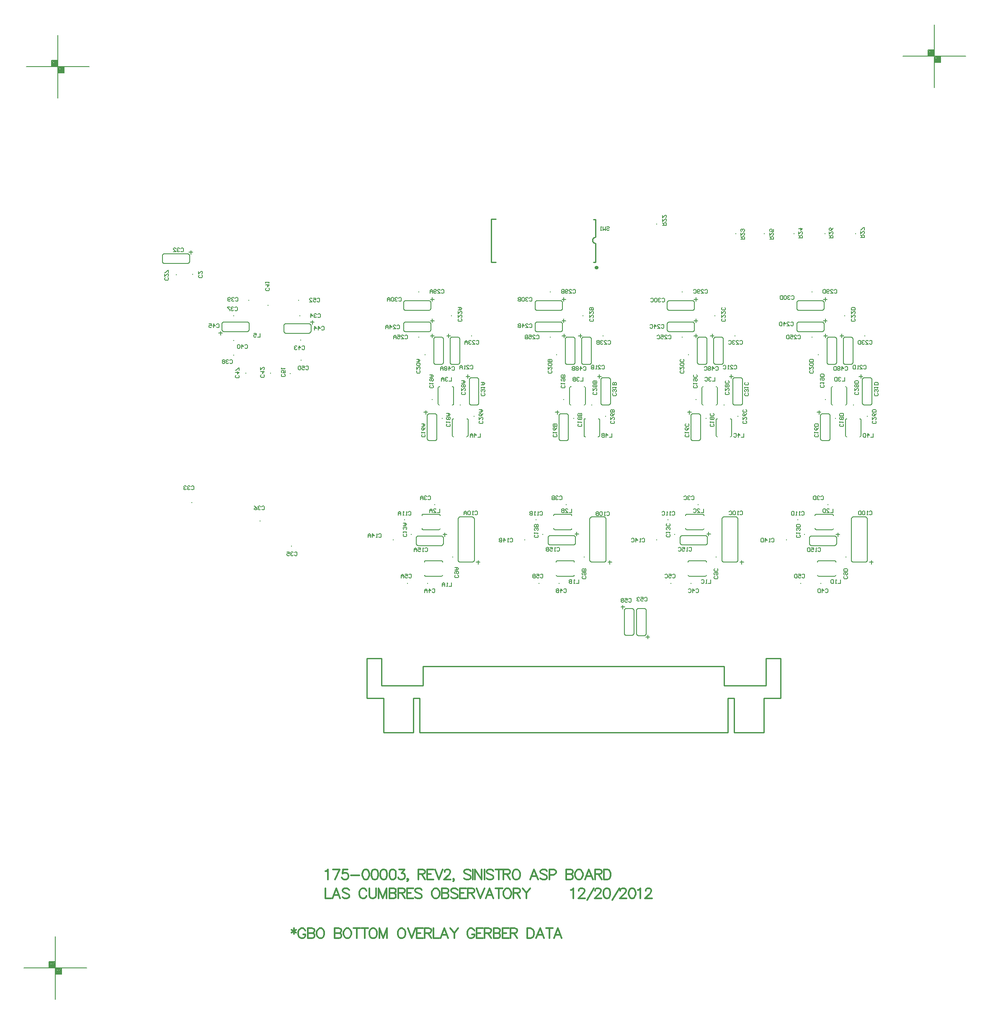
<source format=gbo>
%FSLAX23Y23*%
%MOIN*%
G70*
G01*
G75*
G04 Layer_Color=32896*
%ADD10O,0.012X0.083*%
%ADD11O,0.083X0.012*%
%ADD12O,0.010X0.061*%
%ADD13O,0.061X0.010*%
%ADD14R,0.014X0.049*%
%ADD15R,0.024X0.087*%
%ADD16O,0.028X0.098*%
%ADD17R,0.036X0.028*%
%ADD18R,0.036X0.036*%
%ADD19R,0.050X0.050*%
%ADD20R,0.045X0.017*%
%ADD21R,0.031X0.060*%
%ADD22R,0.014X0.060*%
%ADD23R,0.030X0.100*%
%ADD24R,0.228X0.228*%
%ADD25O,0.008X0.033*%
%ADD26O,0.033X0.008*%
%ADD27O,0.098X0.028*%
%ADD28R,0.074X0.062*%
%ADD29R,0.016X0.061*%
%ADD30R,0.134X0.075*%
%ADD31R,0.048X0.078*%
%ADD32R,0.050X0.050*%
%ADD33R,0.062X0.074*%
%ADD34R,0.061X0.016*%
%ADD35R,0.100X0.100*%
%ADD36C,0.040*%
%ADD37C,0.010*%
%ADD38C,0.005*%
%ADD39C,0.025*%
%ADD40C,0.012*%
%ADD41R,1.181X0.787*%
%ADD42C,0.008*%
%ADD43C,0.012*%
%ADD44C,0.012*%
%ADD45C,0.060*%
%ADD46R,0.060X0.060*%
%ADD47R,0.060X0.060*%
%ADD48P,0.057X4X247.5*%
%ADD49C,0.026*%
%ADD50C,0.080*%
%ADD51C,0.020*%
%ADD52R,0.059X0.059*%
%ADD53C,0.059*%
%ADD54R,0.059X0.059*%
%ADD55C,0.024*%
%ADD56C,0.236*%
%ADD57C,0.050*%
%ADD58C,0.040*%
%ADD59C,0.100*%
%ADD60C,0.045*%
%ADD61C,0.033*%
%ADD62C,0.072*%
%ADD63C,0.030*%
%ADD64C,0.055*%
G04:AMPARAMS|DCode=65|XSize=95.433mil|YSize=95.433mil|CornerRadius=0mil|HoleSize=0mil|Usage=FLASHONLY|Rotation=0.000|XOffset=0mil|YOffset=0mil|HoleType=Round|Shape=Relief|Width=10mil|Gap=10mil|Entries=4|*
%AMTHD65*
7,0,0,0.095,0.075,0.010,45*
%
%ADD65THD65*%
G04:AMPARAMS|DCode=66|XSize=112mil|YSize=112mil|CornerRadius=0mil|HoleSize=0mil|Usage=FLASHONLY|Rotation=0.000|XOffset=0mil|YOffset=0mil|HoleType=Round|Shape=Relief|Width=10mil|Gap=10mil|Entries=4|*
%AMTHD66*
7,0,0,0.112,0.092,0.010,45*
%
%ADD66THD66*%
%ADD67C,0.138*%
G04:AMPARAMS|DCode=68|XSize=70mil|YSize=70mil|CornerRadius=0mil|HoleSize=0mil|Usage=FLASHONLY|Rotation=0.000|XOffset=0mil|YOffset=0mil|HoleType=Round|Shape=Relief|Width=10mil|Gap=10mil|Entries=4|*
%AMTHD68*
7,0,0,0.070,0.050,0.010,45*
%
%ADD68THD68*%
%ADD69C,0.030*%
G04:AMPARAMS|DCode=70|XSize=85mil|YSize=85mil|CornerRadius=0mil|HoleSize=0mil|Usage=FLASHONLY|Rotation=0.000|XOffset=0mil|YOffset=0mil|HoleType=Round|Shape=Relief|Width=10mil|Gap=10mil|Entries=4|*
%AMTHD70*
7,0,0,0.085,0.065,0.010,45*
%
%ADD70THD70*%
%ADD71R,0.044X0.096*%
%ADD72R,0.060X0.086*%
%ADD73R,0.075X0.063*%
%ADD74R,0.078X0.048*%
%ADD75R,0.086X0.060*%
%ADD76C,0.007*%
%ADD77R,1.181X0.787*%
%ADD78C,0.010*%
%ADD79C,0.024*%
%ADD80C,0.008*%
%ADD81C,0.004*%
%ADD82C,0.010*%
%ADD83C,0.006*%
%ADD84R,0.230X0.152*%
%ADD85R,0.074X0.062*%
%ADD86R,0.062X0.074*%
%ADD87R,1.181X0.787*%
%ADD88O,0.016X0.087*%
%ADD89O,0.087X0.016*%
%ADD90O,0.014X0.065*%
%ADD91O,0.065X0.014*%
%ADD92R,0.018X0.053*%
%ADD93R,0.028X0.091*%
%ADD94O,0.032X0.102*%
%ADD95R,0.040X0.032*%
%ADD96R,0.040X0.040*%
%ADD97R,0.054X0.054*%
%ADD98R,0.049X0.021*%
%ADD99R,0.232X0.232*%
%ADD100O,0.012X0.037*%
%ADD101O,0.037X0.012*%
%ADD102O,0.102X0.032*%
%ADD103R,0.078X0.066*%
%ADD104R,0.020X0.065*%
%ADD105R,0.138X0.079*%
%ADD106R,0.052X0.082*%
%ADD107R,0.054X0.054*%
%ADD108R,0.066X0.078*%
%ADD109R,0.065X0.020*%
%ADD110R,0.104X0.104*%
%ADD111C,0.120*%
%ADD112C,0.064*%
%ADD113R,0.064X0.064*%
%ADD114R,0.064X0.064*%
%ADD115P,0.062X4X247.5*%
%ADD116C,0.044*%
%ADD117C,0.030*%
%ADD118C,0.084*%
%ADD119R,0.063X0.063*%
%ADD120C,0.063*%
%ADD121R,0.063X0.063*%
%ADD122C,0.028*%
%ADD123C,0.240*%
%ADD124C,0.054*%
%ADD125R,1.505X0.288*%
%ADD126R,0.048X0.100*%
%ADD127R,0.064X0.090*%
%ADD128R,0.079X0.067*%
%ADD129R,0.082X0.052*%
%ADD130R,0.090X0.064*%
D37*
X13387Y14267D02*
X13377Y14265D01*
X13369Y14260D01*
X13364Y14252D01*
X13362Y14242D01*
X13364Y14233D01*
X13369Y14224D01*
X13377Y14219D01*
X13387Y14217D01*
X12556Y14410D02*
X12593D01*
X12556Y14066D02*
X12593D01*
X13370Y14068D02*
X13387D01*
X12556Y14066D02*
Y14410D01*
X13387Y14267D02*
Y14408D01*
Y14068D02*
Y14217D01*
X13370Y14408D02*
X13387D01*
X14411Y10697D02*
Y10850D01*
X14742Y10697D02*
Y10913D01*
X14860Y10598D02*
Y10913D01*
X14439Y10323D02*
Y10598D01*
X14490Y10323D02*
Y10598D01*
X14726Y10323D02*
Y10598D01*
X14439D02*
X14490D01*
X14742Y10913D02*
X14860D01*
X14726Y10598D02*
X14860D01*
X14411Y10697D02*
X14742D01*
X14490Y10323D02*
X14726D01*
X13167D02*
X14439D01*
X11986D02*
X13258D01*
X11699D02*
X11935D01*
X11683Y10697D02*
X12014D01*
Y10850D02*
X13258D01*
X11565Y10598D02*
X11699D01*
X11565Y10913D02*
X11683D01*
X11935Y10598D02*
X11986D01*
X11699Y10323D02*
Y10598D01*
X11935Y10323D02*
Y10598D01*
X11986Y10323D02*
Y10598D01*
X11565D02*
Y10913D01*
X11683Y10697D02*
Y10913D01*
X12014Y10697D02*
Y10850D01*
X13167D02*
X14411D01*
D38*
X13476Y14347D02*
X13481Y14352D01*
X13491D01*
X13496Y14347D01*
Y14342D01*
X13491Y14337D01*
X13481D01*
X13476Y14332D01*
Y14327D01*
X13481Y14322D01*
X13491D01*
X13496Y14327D01*
X13466Y14352D02*
Y14322D01*
X13456Y14332D01*
X13446Y14322D01*
Y14352D01*
X13436Y14322D02*
X13426D01*
X13431D01*
Y14352D01*
X13436Y14347D01*
X13476Y12076D02*
X13481Y12081D01*
X13491D01*
X13496Y12076D01*
Y12056D01*
X13491Y12051D01*
X13481D01*
X13476Y12056D01*
X13466Y12051D02*
X13456D01*
X13461D01*
Y12081D01*
X13466Y12076D01*
X13441D02*
X13436Y12081D01*
X13426D01*
X13421Y12076D01*
Y12056D01*
X13426Y12051D01*
X13436D01*
X13441Y12056D01*
Y12076D01*
X13411Y12081D02*
Y12051D01*
X13396D01*
X13391Y12056D01*
Y12061D01*
X13396Y12066D01*
X13411D01*
X13396D01*
X13391Y12071D01*
Y12076D01*
X13396Y12081D01*
X13411D01*
X13651Y11386D02*
X13656Y11391D01*
X13666D01*
X13671Y11386D01*
Y11366D01*
X13666Y11361D01*
X13656D01*
X13651Y11366D01*
X13621Y11391D02*
X13641D01*
Y11376D01*
X13631Y11381D01*
X13626D01*
X13621Y11376D01*
Y11366D01*
X13626Y11361D01*
X13636D01*
X13641Y11366D01*
X13611Y11386D02*
X13606Y11391D01*
X13596D01*
X13591Y11386D01*
Y11381D01*
X13596Y11376D01*
X13591Y11371D01*
Y11366D01*
X13596Y11361D01*
X13606D01*
X13611Y11366D01*
Y11371D01*
X13606Y11376D01*
X13611Y11381D01*
Y11386D01*
X13606Y11376D02*
X13596D01*
X13253Y11541D02*
Y11511D01*
X13233D01*
X13223D02*
X13213D01*
X13218D01*
Y11541D01*
X13223Y11536D01*
X13198Y11541D02*
Y11511D01*
X13183D01*
X13178Y11516D01*
Y11521D01*
X13183Y11526D01*
X13198D01*
X13183D01*
X13178Y11531D01*
Y11536D01*
X13183Y11541D01*
X13198D01*
X10716Y13501D02*
Y13471D01*
X10696D01*
X10666Y13501D02*
X10686D01*
Y13486D01*
X10676Y13491D01*
X10671D01*
X10666Y13486D01*
Y13476D01*
X10671Y13471D01*
X10681D01*
X10686Y13476D01*
X15496Y14263D02*
X15526D01*
Y14278D01*
X15521Y14283D01*
X15511D01*
X15506Y14278D01*
Y14263D01*
Y14273D02*
X15496Y14283D01*
Y14313D02*
Y14293D01*
X15516Y14313D01*
X15521D01*
X15526Y14308D01*
Y14298D01*
X15521Y14293D01*
X15526Y14323D02*
Y14343D01*
X15521D01*
X15501Y14323D01*
X15496D01*
X13777Y11394D02*
X13782Y11399D01*
X13792D01*
X13797Y11394D01*
Y11374D01*
X13792Y11369D01*
X13782D01*
X13777Y11374D01*
X13747Y11399D02*
X13767D01*
Y11384D01*
X13757Y11389D01*
X13752D01*
X13747Y11384D01*
Y11374D01*
X13752Y11369D01*
X13762D01*
X13767Y11374D01*
X13737Y11394D02*
X13732Y11399D01*
X13722D01*
X13717Y11394D01*
Y11389D01*
X13722Y11384D01*
X13727D01*
X13722D01*
X13717Y11379D01*
Y11374D01*
X13722Y11369D01*
X13732D01*
X13737Y11374D01*
X11171Y13776D02*
X11176Y13781D01*
X11186D01*
X11191Y13776D01*
Y13756D01*
X11186Y13751D01*
X11176D01*
X11171Y13756D01*
X11141Y13781D02*
X11161D01*
Y13766D01*
X11151Y13771D01*
X11146D01*
X11141Y13766D01*
Y13756D01*
X11146Y13751D01*
X11156D01*
X11161Y13756D01*
X11111Y13751D02*
X11131D01*
X11111Y13771D01*
Y13776D01*
X11116Y13781D01*
X11126D01*
X11131Y13776D01*
X10911Y13176D02*
X10916Y13171D01*
Y13161D01*
X10911Y13156D01*
X10891D01*
X10886Y13161D01*
Y13171D01*
X10891Y13176D01*
X10916Y13206D02*
Y13186D01*
X10901D01*
X10906Y13196D01*
Y13201D01*
X10901Y13206D01*
X10891D01*
X10886Y13201D01*
Y13191D01*
X10891Y13186D01*
X10886Y13216D02*
Y13226D01*
Y13221D01*
X10916D01*
X10911Y13216D01*
X11081Y13236D02*
X11086Y13241D01*
X11096D01*
X11101Y13236D01*
Y13216D01*
X11096Y13211D01*
X11086D01*
X11081Y13216D01*
X11051Y13241D02*
X11071D01*
Y13226D01*
X11061Y13231D01*
X11056D01*
X11051Y13226D01*
Y13216D01*
X11056Y13211D01*
X11066D01*
X11071Y13216D01*
X11041Y13236D02*
X11036Y13241D01*
X11026D01*
X11021Y13236D01*
Y13216D01*
X11026Y13211D01*
X11036D01*
X11041Y13216D01*
Y13236D01*
X10546Y13166D02*
X10551Y13161D01*
Y13151D01*
X10546Y13146D01*
X10526D01*
X10521Y13151D01*
Y13161D01*
X10526Y13166D01*
X10521Y13191D02*
X10551D01*
X10536Y13176D01*
Y13196D01*
X10551Y13206D02*
Y13226D01*
X10546D01*
X10526Y13206D01*
X10521D01*
X10371Y13571D02*
X10376Y13576D01*
X10386D01*
X10391Y13571D01*
Y13551D01*
X10386Y13546D01*
X10376D01*
X10371Y13551D01*
X10346Y13546D02*
Y13576D01*
X10361Y13561D01*
X10341D01*
X10311Y13576D02*
X10331D01*
Y13561D01*
X10321Y13566D01*
X10316D01*
X10311Y13561D01*
Y13551D01*
X10316Y13546D01*
X10326D01*
X10331Y13551D01*
X11206Y13551D02*
X11211Y13556D01*
X11221D01*
X11226Y13551D01*
Y13531D01*
X11221Y13526D01*
X11211D01*
X11206Y13531D01*
X11181Y13526D02*
Y13556D01*
X11196Y13541D01*
X11176D01*
X11151Y13526D02*
Y13556D01*
X11166Y13541D01*
X11146D01*
X11051Y13396D02*
X11056Y13401D01*
X11066D01*
X11071Y13396D01*
Y13376D01*
X11066Y13371D01*
X11056D01*
X11051Y13376D01*
X11026Y13371D02*
Y13401D01*
X11041Y13386D01*
X11021D01*
X11011Y13396D02*
X11006Y13401D01*
X10996D01*
X10991Y13396D01*
Y13391D01*
X10996Y13386D01*
X11001D01*
X10996D01*
X10991Y13381D01*
Y13376D01*
X10996Y13371D01*
X11006D01*
X11011Y13376D01*
X10746Y13171D02*
X10751Y13166D01*
Y13156D01*
X10746Y13151D01*
X10726D01*
X10721Y13156D01*
Y13166D01*
X10726Y13171D01*
X10721Y13196D02*
X10751D01*
X10736Y13181D01*
Y13201D01*
X10721Y13231D02*
Y13211D01*
X10741Y13231D01*
X10746D01*
X10751Y13226D01*
Y13216D01*
X10746Y13211D01*
X10786Y13861D02*
X10791Y13856D01*
Y13846D01*
X10786Y13841D01*
X10766D01*
X10761Y13846D01*
Y13856D01*
X10766Y13861D01*
X10761Y13886D02*
X10791D01*
X10776Y13871D01*
Y13891D01*
X10761Y13901D02*
Y13911D01*
Y13906D01*
X10791D01*
X10786Y13901D01*
X10596Y13406D02*
X10601Y13411D01*
X10611D01*
X10616Y13406D01*
Y13386D01*
X10611Y13381D01*
X10601D01*
X10596Y13386D01*
X10571Y13381D02*
Y13411D01*
X10586Y13396D01*
X10566D01*
X10556Y13406D02*
X10551Y13411D01*
X10541D01*
X10536Y13406D01*
Y13386D01*
X10541Y13381D01*
X10551D01*
X10556Y13386D01*
Y13406D01*
X10521Y13781D02*
X10526Y13786D01*
X10536D01*
X10541Y13781D01*
Y13761D01*
X10536Y13756D01*
X10526D01*
X10521Y13761D01*
X10511Y13781D02*
X10506Y13786D01*
X10496D01*
X10491Y13781D01*
Y13776D01*
X10496Y13771D01*
X10501D01*
X10496D01*
X10491Y13766D01*
Y13761D01*
X10496Y13756D01*
X10506D01*
X10511Y13761D01*
X10481D02*
X10476Y13756D01*
X10466D01*
X10461Y13761D01*
Y13781D01*
X10466Y13786D01*
X10476D01*
X10481Y13781D01*
Y13776D01*
X10476Y13771D01*
X10461D01*
X10476Y13286D02*
X10481Y13291D01*
X10491D01*
X10496Y13286D01*
Y13266D01*
X10491Y13261D01*
X10481D01*
X10476Y13266D01*
X10466Y13286D02*
X10461Y13291D01*
X10451D01*
X10446Y13286D01*
Y13281D01*
X10451Y13276D01*
X10456D01*
X10451D01*
X10446Y13271D01*
Y13266D01*
X10451Y13261D01*
X10461D01*
X10466Y13266D01*
X10436Y13286D02*
X10431Y13291D01*
X10421D01*
X10416Y13286D01*
Y13281D01*
X10421Y13276D01*
X10416Y13271D01*
Y13266D01*
X10421Y13261D01*
X10431D01*
X10436Y13266D01*
Y13271D01*
X10431Y13276D01*
X10436Y13281D01*
Y13286D01*
X10431Y13276D02*
X10421D01*
X10516Y13706D02*
X10521Y13711D01*
X10531D01*
X10536Y13706D01*
Y13686D01*
X10531Y13681D01*
X10521D01*
X10516Y13686D01*
X10506Y13706D02*
X10501Y13711D01*
X10491D01*
X10486Y13706D01*
Y13701D01*
X10491Y13696D01*
X10496D01*
X10491D01*
X10486Y13691D01*
Y13686D01*
X10491Y13681D01*
X10501D01*
X10506Y13686D01*
X10476Y13711D02*
X10456D01*
Y13706D01*
X10476Y13686D01*
Y13681D01*
X11176Y13651D02*
X11181Y13656D01*
X11191D01*
X11196Y13651D01*
Y13631D01*
X11191Y13626D01*
X11181D01*
X11176Y13631D01*
X11166Y13651D02*
X11161Y13656D01*
X11151D01*
X11146Y13651D01*
Y13646D01*
X11151Y13641D01*
X11156D01*
X11151D01*
X11146Y13636D01*
Y13631D01*
X11151Y13626D01*
X11161D01*
X11166Y13631D01*
X11121Y13626D02*
Y13656D01*
X11136Y13641D01*
X11116D01*
X10169Y12282D02*
X10174Y12287D01*
X10184D01*
X10189Y12282D01*
Y12262D01*
X10184Y12257D01*
X10174D01*
X10169Y12262D01*
X10159Y12282D02*
X10154Y12287D01*
X10144D01*
X10139Y12282D01*
Y12277D01*
X10144Y12272D01*
X10149D01*
X10144D01*
X10139Y12267D01*
Y12262D01*
X10144Y12257D01*
X10154D01*
X10159Y12262D01*
X10129Y12282D02*
X10124Y12287D01*
X10114D01*
X10109Y12282D01*
Y12277D01*
X10114Y12272D01*
X10119D01*
X10114D01*
X10109Y12267D01*
Y12262D01*
X10114Y12257D01*
X10124D01*
X10129Y12262D01*
X10086Y14174D02*
X10091Y14179D01*
X10101D01*
X10106Y14174D01*
Y14154D01*
X10101Y14149D01*
X10091D01*
X10086Y14154D01*
X10076Y14174D02*
X10071Y14179D01*
X10061D01*
X10056Y14174D01*
Y14169D01*
X10061Y14164D01*
X10066D01*
X10061D01*
X10056Y14159D01*
Y14154D01*
X10061Y14149D01*
X10071D01*
X10076Y14154D01*
X10026Y14149D02*
X10046D01*
X10026Y14169D01*
Y14174D01*
X10031Y14179D01*
X10041D01*
X10046Y14174D01*
X9982Y13944D02*
X9987Y13939D01*
Y13929D01*
X9982Y13924D01*
X9962D01*
X9957Y13929D01*
Y13939D01*
X9962Y13944D01*
X9957Y13974D02*
Y13954D01*
X9977Y13974D01*
X9982D01*
X9987Y13969D01*
Y13959D01*
X9982Y13954D01*
X9987Y13984D02*
Y14004D01*
X9982D01*
X9962Y13984D01*
X9957D01*
X15598Y12704D02*
Y12674D01*
X15578D01*
X15553D02*
Y12704D01*
X15568Y12689D01*
X15548D01*
X15538Y12704D02*
Y12674D01*
X15523D01*
X15518Y12679D01*
Y12699D01*
X15523Y12704D01*
X15538D01*
X12469D02*
Y12674D01*
X12449D01*
X12424D02*
Y12704D01*
X12439Y12689D01*
X12419D01*
X12409Y12674D02*
Y12694D01*
X12399Y12704D01*
X12389Y12694D01*
Y12674D01*
Y12689D01*
X12409D01*
X15369Y13152D02*
Y13122D01*
X15349D01*
X15339Y13147D02*
X15334Y13152D01*
X15324D01*
X15319Y13147D01*
Y13142D01*
X15324Y13137D01*
X15329D01*
X15324D01*
X15319Y13132D01*
Y13127D01*
X15324Y13122D01*
X15334D01*
X15339Y13127D01*
X15309Y13152D02*
Y13122D01*
X15294D01*
X15289Y13127D01*
Y13147D01*
X15294Y13152D01*
X15309D01*
X12240D02*
Y13122D01*
X12220D01*
X12210Y13147D02*
X12205Y13152D01*
X12195D01*
X12190Y13147D01*
Y13142D01*
X12195Y13137D01*
X12200D01*
X12195D01*
X12190Y13132D01*
Y13127D01*
X12195Y13122D01*
X12205D01*
X12210Y13127D01*
X12180Y13122D02*
Y13142D01*
X12170Y13152D01*
X12160Y13142D01*
Y13122D01*
Y13137D01*
X12180D01*
X15277Y12104D02*
Y12074D01*
X15257D01*
X15227D02*
X15247D01*
X15227Y12094D01*
Y12099D01*
X15232Y12104D01*
X15242D01*
X15247Y12099D01*
X15217Y12104D02*
Y12074D01*
X15202D01*
X15197Y12079D01*
Y12099D01*
X15202Y12104D01*
X15217D01*
X15335Y11541D02*
Y11511D01*
X15315D01*
X15305D02*
X15295D01*
X15300D01*
Y11541D01*
X15305Y11536D01*
X15280Y11541D02*
Y11511D01*
X15265D01*
X15260Y11516D01*
Y11536D01*
X15265Y11541D01*
X15280D01*
X15373Y13232D02*
X15378Y13237D01*
X15388D01*
X15393Y13232D01*
Y13212D01*
X15388Y13207D01*
X15378D01*
X15373Y13212D01*
X15348Y13207D02*
Y13237D01*
X15363Y13222D01*
X15343D01*
X15333Y13232D02*
X15328Y13237D01*
X15318D01*
X15313Y13232D01*
Y13227D01*
X15318Y13222D01*
X15313Y13217D01*
Y13212D01*
X15318Y13207D01*
X15328D01*
X15333Y13212D01*
Y13217D01*
X15328Y13222D01*
X15333Y13227D01*
Y13232D01*
X15328Y13222D02*
X15318D01*
X15303Y13237D02*
Y13207D01*
X15288D01*
X15283Y13212D01*
Y13232D01*
X15288Y13237D01*
X15303D01*
X12244Y13232D02*
X12249Y13237D01*
X12259D01*
X12264Y13232D01*
Y13212D01*
X12259Y13207D01*
X12249D01*
X12244Y13212D01*
X12219Y13207D02*
Y13237D01*
X12234Y13222D01*
X12214D01*
X12204Y13232D02*
X12199Y13237D01*
X12189D01*
X12184Y13232D01*
Y13227D01*
X12189Y13222D01*
X12184Y13217D01*
Y13212D01*
X12189Y13207D01*
X12199D01*
X12204Y13212D01*
Y13217D01*
X12199Y13222D01*
X12204Y13227D01*
Y13232D01*
X12199Y13222D02*
X12189D01*
X12174Y13207D02*
Y13227D01*
X12164Y13237D01*
X12154Y13227D01*
Y13207D01*
Y13222D01*
X12174D01*
X15630Y13024D02*
X15635Y13019D01*
Y13009D01*
X15630Y13004D01*
X15610D01*
X15605Y13009D01*
Y13019D01*
X15610Y13024D01*
X15630Y13034D02*
X15635Y13039D01*
Y13049D01*
X15630Y13054D01*
X15625D01*
X15620Y13049D01*
Y13044D01*
Y13049D01*
X15615Y13054D01*
X15610D01*
X15605Y13049D01*
Y13039D01*
X15610Y13034D01*
X15605Y13064D02*
Y13074D01*
Y13069D01*
X15635D01*
X15630Y13064D01*
X15635Y13089D02*
X15605D01*
Y13104D01*
X15610Y13109D01*
X15630D01*
X15635Y13104D01*
Y13089D01*
X12500Y13024D02*
X12505Y13019D01*
Y13009D01*
X12500Y13004D01*
X12481D01*
X12476Y13009D01*
Y13019D01*
X12481Y13024D01*
X12500Y13034D02*
X12505Y13039D01*
Y13049D01*
X12500Y13054D01*
X12495D01*
X12490Y13049D01*
Y13044D01*
Y13049D01*
X12486Y13054D01*
X12481D01*
X12476Y13049D01*
Y13039D01*
X12481Y13034D01*
X12476Y13064D02*
Y13074D01*
Y13069D01*
X12505D01*
X12500Y13064D01*
X12476Y13089D02*
X12495D01*
X12505Y13099D01*
X12495Y13109D01*
X12476D01*
X12490D01*
Y13089D01*
X14946Y13796D02*
X14951Y13801D01*
X14961D01*
X14966Y13796D01*
Y13776D01*
X14961Y13771D01*
X14951D01*
X14946Y13776D01*
X14936Y13796D02*
X14931Y13801D01*
X14921D01*
X14916Y13796D01*
Y13791D01*
X14921Y13786D01*
X14926D01*
X14921D01*
X14916Y13781D01*
Y13776D01*
X14921Y13771D01*
X14931D01*
X14936Y13776D01*
X14906Y13796D02*
X14901Y13801D01*
X14891D01*
X14886Y13796D01*
Y13776D01*
X14891Y13771D01*
X14901D01*
X14906Y13776D01*
Y13796D01*
X14876Y13801D02*
Y13771D01*
X14861D01*
X14856Y13776D01*
Y13796D01*
X14861Y13801D01*
X14876D01*
X11821Y13781D02*
X11826Y13786D01*
X11836D01*
X11841Y13781D01*
Y13761D01*
X11836Y13756D01*
X11826D01*
X11821Y13761D01*
X11811Y13781D02*
X11806Y13786D01*
X11796D01*
X11791Y13781D01*
Y13776D01*
X11796Y13771D01*
X11801D01*
X11796D01*
X11791Y13766D01*
Y13761D01*
X11796Y13756D01*
X11806D01*
X11811Y13761D01*
X11781Y13781D02*
X11776Y13786D01*
X11766D01*
X11761Y13781D01*
Y13761D01*
X11766Y13756D01*
X11776D01*
X11781Y13761D01*
Y13781D01*
X11751Y13756D02*
Y13776D01*
X11741Y13786D01*
X11731Y13776D01*
Y13756D01*
Y13771D01*
X11751D01*
X15288Y13845D02*
X15293Y13850D01*
X15303D01*
X15308Y13845D01*
Y13825D01*
X15303Y13820D01*
X15293D01*
X15288Y13825D01*
X15258Y13820D02*
X15278D01*
X15258Y13840D01*
Y13845D01*
X15263Y13850D01*
X15273D01*
X15278Y13845D01*
X15248Y13825D02*
X15243Y13820D01*
X15233D01*
X15228Y13825D01*
Y13845D01*
X15233Y13850D01*
X15243D01*
X15248Y13845D01*
Y13840D01*
X15243Y13835D01*
X15228D01*
X15218Y13850D02*
Y13820D01*
X15203D01*
X15198Y13825D01*
Y13845D01*
X15203Y13850D01*
X15218D01*
X12159Y13845D02*
X12164Y13850D01*
X12174D01*
X12179Y13845D01*
Y13825D01*
X12174Y13820D01*
X12164D01*
X12159Y13825D01*
X12129Y13820D02*
X12149D01*
X12129Y13840D01*
Y13845D01*
X12134Y13850D01*
X12144D01*
X12149Y13845D01*
X12119Y13825D02*
X12114Y13820D01*
X12104D01*
X12099Y13825D01*
Y13845D01*
X12104Y13850D01*
X12114D01*
X12119Y13845D01*
Y13840D01*
X12114Y13835D01*
X12099D01*
X12089Y13820D02*
Y13840D01*
X12079Y13850D01*
X12069Y13840D01*
Y13820D01*
Y13835D01*
X12089D01*
X15475Y13033D02*
X15480Y13028D01*
Y13018D01*
X15475Y13013D01*
X15455D01*
X15450Y13018D01*
Y13028D01*
X15455Y13033D01*
X15450Y13063D02*
Y13043D01*
X15470Y13063D01*
X15475D01*
X15480Y13058D01*
Y13048D01*
X15475Y13043D01*
Y13073D02*
X15480Y13078D01*
Y13088D01*
X15475Y13093D01*
X15470D01*
X15465Y13088D01*
X15460Y13093D01*
X15455D01*
X15450Y13088D01*
Y13078D01*
X15455Y13073D01*
X15460D01*
X15465Y13078D01*
X15470Y13073D01*
X15475D01*
X15465Y13078D02*
Y13088D01*
X15480Y13103D02*
X15450D01*
Y13118D01*
X15455Y13123D01*
X15475D01*
X15480Y13118D01*
Y13103D01*
X12345Y13033D02*
X12350Y13028D01*
Y13018D01*
X12345Y13013D01*
X12326D01*
X12321Y13018D01*
Y13028D01*
X12326Y13033D01*
X12321Y13063D02*
Y13043D01*
X12340Y13063D01*
X12345D01*
X12350Y13058D01*
Y13048D01*
X12345Y13043D01*
Y13073D02*
X12350Y13078D01*
Y13088D01*
X12345Y13093D01*
X12340D01*
X12335Y13088D01*
X12331Y13093D01*
X12326D01*
X12321Y13088D01*
Y13078D01*
X12326Y13073D01*
X12331D01*
X12335Y13078D01*
X12340Y13073D01*
X12345D01*
X12335Y13078D02*
Y13088D01*
X12321Y13103D02*
X12340D01*
X12350Y13113D01*
X12340Y13123D01*
X12321D01*
X12335D01*
Y13103D01*
X15615Y12803D02*
X15620Y12798D01*
Y12788D01*
X15615Y12783D01*
X15595D01*
X15590Y12788D01*
Y12798D01*
X15595Y12803D01*
X15590Y12833D02*
Y12813D01*
X15610Y12833D01*
X15615D01*
X15620Y12828D01*
Y12818D01*
X15615Y12813D01*
X15620Y12863D02*
X15615Y12853D01*
X15605Y12843D01*
X15595D01*
X15590Y12848D01*
Y12858D01*
X15595Y12863D01*
X15600D01*
X15605Y12858D01*
Y12843D01*
X15620Y12873D02*
X15590D01*
Y12888D01*
X15595Y12893D01*
X15615D01*
X15620Y12888D01*
Y12873D01*
X12485Y12803D02*
X12490Y12798D01*
Y12788D01*
X12485Y12783D01*
X12466D01*
X12461Y12788D01*
Y12798D01*
X12466Y12803D01*
X12461Y12833D02*
Y12813D01*
X12480Y12833D01*
X12485D01*
X12490Y12828D01*
Y12818D01*
X12485Y12813D01*
X12490Y12863D02*
X12485Y12853D01*
X12475Y12843D01*
X12466D01*
X12461Y12848D01*
Y12858D01*
X12466Y12863D01*
X12471D01*
X12475Y12858D01*
Y12843D01*
X12461Y12873D02*
X12480D01*
X12490Y12883D01*
X12480Y12893D01*
X12461D01*
X12475D01*
Y12873D01*
X14998Y13481D02*
X15003Y13486D01*
X15013D01*
X15018Y13481D01*
Y13461D01*
X15013Y13456D01*
X15003D01*
X14998Y13461D01*
X14968Y13456D02*
X14988D01*
X14968Y13476D01*
Y13481D01*
X14973Y13486D01*
X14983D01*
X14988Y13481D01*
X14938Y13486D02*
X14958D01*
Y13471D01*
X14948Y13476D01*
X14943D01*
X14938Y13471D01*
Y13461D01*
X14943Y13456D01*
X14953D01*
X14958Y13461D01*
X14928Y13486D02*
Y13456D01*
X14913D01*
X14908Y13461D01*
Y13481D01*
X14913Y13486D01*
X14928D01*
X11869Y13481D02*
X11874Y13486D01*
X11884D01*
X11889Y13481D01*
Y13461D01*
X11884Y13456D01*
X11874D01*
X11869Y13461D01*
X11839Y13456D02*
X11859D01*
X11839Y13476D01*
Y13481D01*
X11844Y13486D01*
X11854D01*
X11859Y13481D01*
X11809Y13486D02*
X11829D01*
Y13471D01*
X11819Y13476D01*
X11814D01*
X11809Y13471D01*
Y13461D01*
X11814Y13456D01*
X11824D01*
X11829Y13461D01*
X11799Y13456D02*
Y13476D01*
X11789Y13486D01*
X11779Y13476D01*
Y13456D01*
Y13471D01*
X11799D01*
X14941Y13586D02*
X14946Y13591D01*
X14956D01*
X14961Y13586D01*
Y13566D01*
X14956Y13561D01*
X14946D01*
X14941Y13566D01*
X14911Y13561D02*
X14931D01*
X14911Y13581D01*
Y13586D01*
X14916Y13591D01*
X14926D01*
X14931Y13586D01*
X14886Y13561D02*
Y13591D01*
X14901Y13576D01*
X14881D01*
X14871Y13591D02*
Y13561D01*
X14856D01*
X14851Y13566D01*
Y13586D01*
X14856Y13591D01*
X14871D01*
X11806Y13561D02*
X11811Y13566D01*
X11821D01*
X11826Y13561D01*
Y13541D01*
X11821Y13536D01*
X11811D01*
X11806Y13541D01*
X11776Y13536D02*
X11796D01*
X11776Y13556D01*
Y13561D01*
X11781Y13566D01*
X11791D01*
X11796Y13561D01*
X11751Y13536D02*
Y13566D01*
X11766Y13551D01*
X11746D01*
X11736Y13536D02*
Y13556D01*
X11726Y13566D01*
X11716Y13556D01*
Y13536D01*
Y13551D01*
X11736D01*
X15567Y13439D02*
X15572Y13444D01*
X15582D01*
X15587Y13439D01*
Y13419D01*
X15582Y13414D01*
X15572D01*
X15567Y13419D01*
X15537Y13414D02*
X15557D01*
X15537Y13434D01*
Y13439D01*
X15542Y13444D01*
X15552D01*
X15557Y13439D01*
X15527D02*
X15522Y13444D01*
X15512D01*
X15507Y13439D01*
Y13434D01*
X15512Y13429D01*
X15517D01*
X15512D01*
X15507Y13424D01*
Y13419D01*
X15512Y13414D01*
X15522D01*
X15527Y13419D01*
X15497Y13444D02*
Y13414D01*
X15482D01*
X15477Y13419D01*
Y13439D01*
X15482Y13444D01*
X15497D01*
X12438Y13439D02*
X12443Y13444D01*
X12453D01*
X12458Y13439D01*
Y13419D01*
X12453Y13414D01*
X12443D01*
X12438Y13419D01*
X12408Y13414D02*
X12428D01*
X12408Y13434D01*
Y13439D01*
X12413Y13444D01*
X12423D01*
X12428Y13439D01*
X12398D02*
X12393Y13444D01*
X12383D01*
X12378Y13439D01*
Y13434D01*
X12383Y13429D01*
X12388D01*
X12383D01*
X12378Y13424D01*
Y13419D01*
X12383Y13414D01*
X12393D01*
X12398Y13419D01*
X12368Y13414D02*
Y13434D01*
X12358Y13444D01*
X12348Y13434D01*
Y13414D01*
Y13429D01*
X12368D01*
X15447Y13617D02*
X15452Y13612D01*
Y13602D01*
X15447Y13597D01*
X15427D01*
X15422Y13602D01*
Y13612D01*
X15427Y13617D01*
X15422Y13647D02*
Y13627D01*
X15442Y13647D01*
X15447D01*
X15452Y13642D01*
Y13632D01*
X15447Y13627D01*
X15422Y13677D02*
Y13657D01*
X15442Y13677D01*
X15447D01*
X15452Y13672D01*
Y13662D01*
X15447Y13657D01*
X15452Y13687D02*
X15422D01*
Y13702D01*
X15427Y13707D01*
X15447D01*
X15452Y13702D01*
Y13687D01*
X12317Y13617D02*
X12322Y13612D01*
Y13602D01*
X12317Y13597D01*
X12298D01*
X12293Y13602D01*
Y13612D01*
X12298Y13617D01*
X12293Y13647D02*
Y13627D01*
X12312Y13647D01*
X12317D01*
X12322Y13642D01*
Y13632D01*
X12317Y13627D01*
X12293Y13677D02*
Y13657D01*
X12312Y13677D01*
X12317D01*
X12322Y13672D01*
Y13662D01*
X12317Y13657D01*
X12293Y13687D02*
X12312D01*
X12322Y13697D01*
X12312Y13707D01*
X12293D01*
X12307D01*
Y13687D01*
X15520Y13242D02*
X15525Y13247D01*
X15535D01*
X15540Y13242D01*
Y13222D01*
X15535Y13217D01*
X15525D01*
X15520Y13222D01*
X15490Y13217D02*
X15510D01*
X15490Y13237D01*
Y13242D01*
X15495Y13247D01*
X15505D01*
X15510Y13242D01*
X15480Y13217D02*
X15470D01*
X15475D01*
Y13247D01*
X15480Y13242D01*
X15455Y13247D02*
Y13217D01*
X15440D01*
X15435Y13222D01*
Y13242D01*
X15440Y13247D01*
X15455D01*
X12391Y13242D02*
X12396Y13247D01*
X12406D01*
X12411Y13242D01*
Y13222D01*
X12406Y13217D01*
X12396D01*
X12391Y13222D01*
X12361Y13217D02*
X12381D01*
X12361Y13237D01*
Y13242D01*
X12366Y13247D01*
X12376D01*
X12381Y13242D01*
X12351Y13217D02*
X12341D01*
X12346D01*
Y13247D01*
X12351Y13242D01*
X12326Y13217D02*
Y13237D01*
X12316Y13247D01*
X12306Y13237D01*
Y13217D01*
Y13232D01*
X12326D01*
X15116Y13205D02*
X15121Y13200D01*
Y13190D01*
X15116Y13185D01*
X15096D01*
X15091Y13190D01*
Y13200D01*
X15096Y13205D01*
X15091Y13235D02*
Y13215D01*
X15111Y13235D01*
X15116D01*
X15121Y13230D01*
Y13220D01*
X15116Y13215D01*
Y13245D02*
X15121Y13250D01*
Y13260D01*
X15116Y13265D01*
X15096D01*
X15091Y13260D01*
Y13250D01*
X15096Y13245D01*
X15116D01*
X15121Y13275D02*
X15091D01*
Y13290D01*
X15096Y13295D01*
X15116D01*
X15121Y13290D01*
Y13275D01*
X11986Y13205D02*
X11991Y13200D01*
Y13190D01*
X11986Y13185D01*
X11967D01*
X11962Y13190D01*
Y13200D01*
X11967Y13205D01*
X11962Y13235D02*
Y13215D01*
X11981Y13235D01*
X11986D01*
X11991Y13230D01*
Y13220D01*
X11986Y13215D01*
Y13245D02*
X11991Y13250D01*
Y13260D01*
X11986Y13265D01*
X11967D01*
X11962Y13260D01*
Y13250D01*
X11967Y13245D01*
X11986D01*
X11962Y13275D02*
X11981D01*
X11991Y13285D01*
X11981Y13295D01*
X11962D01*
X11976D01*
Y13275D01*
X15201Y13091D02*
X15206Y13086D01*
Y13076D01*
X15201Y13071D01*
X15181D01*
X15176Y13076D01*
Y13086D01*
X15181Y13091D01*
X15176Y13101D02*
Y13111D01*
Y13106D01*
X15206D01*
X15201Y13101D01*
X15181Y13126D02*
X15176Y13131D01*
Y13141D01*
X15181Y13146D01*
X15201D01*
X15206Y13141D01*
Y13131D01*
X15201Y13126D01*
X15196D01*
X15191Y13131D01*
Y13146D01*
X15206Y13156D02*
X15176D01*
Y13171D01*
X15181Y13176D01*
X15201D01*
X15206Y13171D01*
Y13156D01*
X12091Y13086D02*
X12096Y13081D01*
Y13071D01*
X12091Y13066D01*
X12072D01*
X12067Y13071D01*
Y13081D01*
X12072Y13086D01*
X12067Y13096D02*
Y13106D01*
Y13101D01*
X12096D01*
X12091Y13096D01*
X12072Y13121D02*
X12067Y13126D01*
Y13136D01*
X12072Y13141D01*
X12091D01*
X12096Y13136D01*
Y13126D01*
X12091Y13121D01*
X12086D01*
X12081Y13126D01*
Y13141D01*
X12067Y13151D02*
X12086D01*
X12096Y13161D01*
X12086Y13171D01*
X12067D01*
X12081D01*
Y13151D01*
X15355Y12780D02*
X15360Y12775D01*
Y12765D01*
X15355Y12760D01*
X15335D01*
X15330Y12765D01*
Y12775D01*
X15335Y12780D01*
X15330Y12790D02*
Y12800D01*
Y12795D01*
X15360D01*
X15355Y12790D01*
Y12815D02*
X15360Y12820D01*
Y12830D01*
X15355Y12835D01*
X15350D01*
X15345Y12830D01*
X15340Y12835D01*
X15335D01*
X15330Y12830D01*
Y12820D01*
X15335Y12815D01*
X15340D01*
X15345Y12820D01*
X15350Y12815D01*
X15355D01*
X15345Y12820D02*
Y12830D01*
X15360Y12845D02*
X15330D01*
Y12860D01*
X15335Y12865D01*
X15355D01*
X15360Y12860D01*
Y12845D01*
X12225Y12780D02*
X12230Y12775D01*
Y12765D01*
X12225Y12760D01*
X12206D01*
X12201Y12765D01*
Y12775D01*
X12206Y12780D01*
X12201Y12790D02*
Y12800D01*
Y12795D01*
X12230D01*
X12225Y12790D01*
Y12815D02*
X12230Y12820D01*
Y12830D01*
X12225Y12835D01*
X12220D01*
X12215Y12830D01*
X12211Y12835D01*
X12206D01*
X12201Y12830D01*
Y12820D01*
X12206Y12815D01*
X12211D01*
X12215Y12820D01*
X12220Y12815D01*
X12225D01*
X12215Y12820D02*
Y12830D01*
X12201Y12845D02*
X12220D01*
X12230Y12855D01*
X12220Y12865D01*
X12201D01*
X12215D01*
Y12845D01*
X15156Y12696D02*
X15161Y12691D01*
Y12681D01*
X15156Y12676D01*
X15136D01*
X15131Y12681D01*
Y12691D01*
X15136Y12696D01*
X15131Y12706D02*
Y12716D01*
Y12711D01*
X15161D01*
X15156Y12706D01*
X15161Y12751D02*
X15156Y12741D01*
X15146Y12731D01*
X15136D01*
X15131Y12736D01*
Y12746D01*
X15136Y12751D01*
X15141D01*
X15146Y12746D01*
Y12731D01*
X15161Y12761D02*
X15131D01*
Y12776D01*
X15136Y12781D01*
X15156D01*
X15161Y12776D01*
Y12761D01*
X12026Y12696D02*
X12031Y12691D01*
Y12681D01*
X12026Y12676D01*
X12007D01*
X12002Y12681D01*
Y12691D01*
X12007Y12696D01*
X12002Y12706D02*
Y12716D01*
Y12711D01*
X12031D01*
X12026Y12706D01*
X12031Y12751D02*
X12026Y12741D01*
X12016Y12731D01*
X12007D01*
X12002Y12736D01*
Y12746D01*
X12007Y12751D01*
X12012D01*
X12016Y12746D01*
Y12731D01*
X12002Y12761D02*
X12021D01*
X12031Y12771D01*
X12021Y12781D01*
X12002D01*
X12016D01*
Y12761D01*
X15158Y11789D02*
X15163Y11794D01*
X15173D01*
X15178Y11789D01*
Y11769D01*
X15173Y11764D01*
X15163D01*
X15158Y11769D01*
X15148Y11764D02*
X15138D01*
X15143D01*
Y11794D01*
X15148Y11789D01*
X15103Y11794D02*
X15123D01*
Y11779D01*
X15113Y11784D01*
X15108D01*
X15103Y11779D01*
Y11769D01*
X15108Y11764D01*
X15118D01*
X15123Y11769D01*
X15093Y11794D02*
Y11764D01*
X15078D01*
X15073Y11769D01*
Y11789D01*
X15078Y11794D01*
X15093D01*
X14788Y11864D02*
X14793Y11869D01*
X14803D01*
X14808Y11864D01*
Y11844D01*
X14803Y11839D01*
X14793D01*
X14788Y11844D01*
X14778Y11839D02*
X14768D01*
X14773D01*
Y11869D01*
X14778Y11864D01*
X14738Y11839D02*
Y11869D01*
X14753Y11854D01*
X14733D01*
X14723Y11869D02*
Y11839D01*
X14708D01*
X14703Y11844D01*
Y11864D01*
X14708Y11869D01*
X14723D01*
X15011Y11896D02*
X15016Y11891D01*
Y11881D01*
X15011Y11876D01*
X14991D01*
X14986Y11881D01*
Y11891D01*
X14991Y11896D01*
X14986Y11906D02*
Y11916D01*
Y11911D01*
X15016D01*
X15011Y11906D01*
Y11931D02*
X15016Y11936D01*
Y11946D01*
X15011Y11951D01*
X15006D01*
X15001Y11946D01*
Y11941D01*
Y11946D01*
X14996Y11951D01*
X14991D01*
X14986Y11946D01*
Y11936D01*
X14991Y11931D01*
X15016Y11961D02*
X14986D01*
Y11976D01*
X14991Y11981D01*
X15011D01*
X15016Y11976D01*
Y11961D01*
X15026Y12078D02*
X15031Y12083D01*
X15041D01*
X15046Y12078D01*
Y12058D01*
X15041Y12053D01*
X15031D01*
X15026Y12058D01*
X15016Y12053D02*
X15006D01*
X15011D01*
Y12083D01*
X15016Y12078D01*
X14991Y12053D02*
X14981D01*
X14986D01*
Y12083D01*
X14991Y12078D01*
X14966Y12083D02*
Y12053D01*
X14951D01*
X14946Y12058D01*
Y12078D01*
X14951Y12083D01*
X14966D01*
X15566Y12081D02*
X15571Y12086D01*
X15581D01*
X15586Y12081D01*
Y12061D01*
X15581Y12056D01*
X15571D01*
X15566Y12061D01*
X15556Y12056D02*
X15546D01*
X15551D01*
Y12086D01*
X15556Y12081D01*
X15531D02*
X15526Y12086D01*
X15516D01*
X15511Y12081D01*
Y12061D01*
X15516Y12056D01*
X15526D01*
X15531Y12061D01*
Y12081D01*
X15501Y12086D02*
Y12056D01*
X15486D01*
X15481Y12061D01*
Y12081D01*
X15486Y12086D01*
X15501D01*
X15387Y11568D02*
X15392Y11563D01*
Y11553D01*
X15387Y11548D01*
X15367D01*
X15362Y11553D01*
Y11563D01*
X15367Y11568D01*
Y11578D02*
X15362Y11583D01*
Y11593D01*
X15367Y11598D01*
X15387D01*
X15392Y11593D01*
Y11583D01*
X15387Y11578D01*
X15382D01*
X15377Y11583D01*
Y11598D01*
X15392Y11608D02*
X15362D01*
Y11623D01*
X15367Y11628D01*
X15387D01*
X15392Y11623D01*
Y11608D01*
X15030Y11579D02*
X15035Y11584D01*
X15045D01*
X15050Y11579D01*
Y11559D01*
X15045Y11554D01*
X15035D01*
X15030Y11559D01*
X15000Y11584D02*
X15020D01*
Y11569D01*
X15010Y11574D01*
X15005D01*
X15000Y11569D01*
Y11559D01*
X15005Y11554D01*
X15015D01*
X15020Y11559D01*
X14990Y11584D02*
Y11554D01*
X14975D01*
X14970Y11559D01*
Y11579D01*
X14975Y11584D01*
X14990D01*
X15216Y11463D02*
X15221Y11468D01*
X15231D01*
X15236Y11463D01*
Y11443D01*
X15231Y11438D01*
X15221D01*
X15216Y11443D01*
X15191Y11438D02*
Y11468D01*
X15206Y11453D01*
X15186D01*
X15176Y11468D02*
Y11438D01*
X15161D01*
X15156Y11443D01*
Y11463D01*
X15161Y11468D01*
X15176D01*
X15181Y12202D02*
X15186Y12207D01*
X15196D01*
X15201Y12202D01*
Y12182D01*
X15196Y12177D01*
X15186D01*
X15181Y12182D01*
X15171Y12202D02*
X15166Y12207D01*
X15156D01*
X15151Y12202D01*
Y12197D01*
X15156Y12192D01*
X15161D01*
X15156D01*
X15151Y12187D01*
Y12182D01*
X15156Y12177D01*
X15166D01*
X15171Y12182D01*
X15141Y12207D02*
Y12177D01*
X15126D01*
X15121Y12182D01*
Y12202D01*
X15126Y12207D01*
X15141D01*
X12052Y12202D02*
X12057Y12207D01*
X12067D01*
X12072Y12202D01*
Y12182D01*
X12067Y12177D01*
X12057D01*
X12052Y12182D01*
X12042Y12202D02*
X12037Y12207D01*
X12027D01*
X12022Y12202D01*
Y12197D01*
X12027Y12192D01*
X12032D01*
X12027D01*
X12022Y12187D01*
Y12182D01*
X12027Y12177D01*
X12037D01*
X12042Y12182D01*
X12012Y12177D02*
Y12197D01*
X12002Y12207D01*
X11992Y12197D01*
Y12177D01*
Y12192D01*
X12012D01*
X12148Y12104D02*
Y12074D01*
X12128D01*
X12098D02*
X12118D01*
X12098Y12094D01*
Y12099D01*
X12103Y12104D01*
X12113D01*
X12118Y12099D01*
X12088Y12074D02*
Y12094D01*
X12078Y12104D01*
X12068Y12094D01*
Y12074D01*
Y12089D01*
X12088D01*
X12241Y11516D02*
Y11486D01*
X12221D01*
X12211D02*
X12201D01*
X12206D01*
Y11516D01*
X12211Y11511D01*
X12186Y11486D02*
Y11506D01*
X12176Y11516D01*
X12166Y11506D01*
Y11486D01*
Y11501D01*
X12186D01*
X12029Y11789D02*
X12034Y11794D01*
X12044D01*
X12049Y11789D01*
Y11769D01*
X12044Y11764D01*
X12034D01*
X12029Y11769D01*
X12019Y11764D02*
X12009D01*
X12014D01*
Y11794D01*
X12019Y11789D01*
X11974Y11794D02*
X11994D01*
Y11779D01*
X11984Y11784D01*
X11979D01*
X11974Y11779D01*
Y11769D01*
X11979Y11764D01*
X11989D01*
X11994Y11769D01*
X11964Y11764D02*
Y11784D01*
X11954Y11794D01*
X11944Y11784D01*
Y11764D01*
Y11779D01*
X11964D01*
X11879Y11904D02*
X11884Y11899D01*
Y11889D01*
X11879Y11884D01*
X11860D01*
X11855Y11889D01*
Y11899D01*
X11860Y11904D01*
X11855Y11914D02*
Y11924D01*
Y11919D01*
X11884D01*
X11879Y11914D01*
Y11939D02*
X11884Y11944D01*
Y11954D01*
X11879Y11959D01*
X11874D01*
X11869Y11954D01*
Y11949D01*
Y11954D01*
X11865Y11959D01*
X11860D01*
X11855Y11954D01*
Y11944D01*
X11860Y11939D01*
X11855Y11969D02*
X11874D01*
X11884Y11979D01*
X11874Y11989D01*
X11855D01*
X11869D01*
Y11969D01*
X12426Y12081D02*
X12431Y12086D01*
X12441D01*
X12446Y12081D01*
Y12061D01*
X12441Y12056D01*
X12431D01*
X12426Y12061D01*
X12416Y12056D02*
X12406D01*
X12411D01*
Y12086D01*
X12416Y12081D01*
X12391D02*
X12386Y12086D01*
X12376D01*
X12371Y12081D01*
Y12061D01*
X12376Y12056D01*
X12386D01*
X12391Y12061D01*
Y12081D01*
X12361Y12056D02*
Y12076D01*
X12351Y12086D01*
X12341Y12076D01*
Y12056D01*
Y12071D01*
X12361D01*
X12291Y11576D02*
X12296Y11571D01*
Y11561D01*
X12291Y11556D01*
X12271D01*
X12266Y11561D01*
Y11571D01*
X12271Y11576D01*
Y11586D02*
X12266Y11591D01*
Y11601D01*
X12271Y11606D01*
X12291D01*
X12296Y11601D01*
Y11591D01*
X12291Y11586D01*
X12286D01*
X12281Y11591D01*
Y11606D01*
X12266Y11616D02*
X12286D01*
X12296Y11626D01*
X12286Y11636D01*
X12266D01*
X12281D01*
Y11616D01*
X11901Y11579D02*
X11906Y11584D01*
X11916D01*
X11921Y11579D01*
Y11559D01*
X11916Y11554D01*
X11906D01*
X11901Y11559D01*
X11871Y11584D02*
X11891D01*
Y11569D01*
X11881Y11574D01*
X11876D01*
X11871Y11569D01*
Y11559D01*
X11876Y11554D01*
X11886D01*
X11891Y11559D01*
X11861Y11554D02*
Y11574D01*
X11851Y11584D01*
X11841Y11574D01*
Y11554D01*
Y11569D01*
X11861D01*
X12087Y11463D02*
X12092Y11468D01*
X12102D01*
X12107Y11463D01*
Y11443D01*
X12102Y11438D01*
X12092D01*
X12087Y11443D01*
X12062Y11438D02*
Y11468D01*
X12077Y11453D01*
X12057D01*
X12047Y11438D02*
Y11458D01*
X12037Y11468D01*
X12027Y11458D01*
Y11438D01*
Y11453D01*
X12047D01*
X11661Y11901D02*
X11666Y11906D01*
X11676D01*
X11681Y11901D01*
Y11881D01*
X11676Y11876D01*
X11666D01*
X11661Y11881D01*
X11651Y11876D02*
X11641D01*
X11646D01*
Y11906D01*
X11651Y11901D01*
X11611Y11876D02*
Y11906D01*
X11626Y11891D01*
X11606D01*
X11596Y11876D02*
Y11896D01*
X11586Y11906D01*
X11576Y11896D01*
Y11876D01*
Y11891D01*
X11596D01*
X11897Y12078D02*
X11902Y12083D01*
X11912D01*
X11917Y12078D01*
Y12058D01*
X11912Y12053D01*
X11902D01*
X11897Y12058D01*
X11887Y12053D02*
X11877D01*
X11882D01*
Y12083D01*
X11887Y12078D01*
X11862Y12053D02*
X11852D01*
X11857D01*
Y12083D01*
X11862Y12078D01*
X11837Y12053D02*
Y12073D01*
X11827Y12083D01*
X11817Y12073D01*
Y12053D01*
Y12068D01*
X11837D01*
X14567Y12704D02*
Y12674D01*
X14547D01*
X14522D02*
Y12704D01*
X14537Y12689D01*
X14517D01*
X14487Y12699D02*
X14492Y12704D01*
X14502D01*
X14507Y12699D01*
Y12679D01*
X14502Y12674D01*
X14492D01*
X14487Y12679D01*
X13516Y12704D02*
Y12674D01*
X13496D01*
X13471D02*
Y12704D01*
X13486Y12689D01*
X13466D01*
X13456Y12704D02*
Y12674D01*
X13441D01*
X13436Y12679D01*
Y12684D01*
X13441Y12689D01*
X13456D01*
X13441D01*
X13436Y12694D01*
Y12699D01*
X13441Y12704D01*
X13456D01*
X14338Y13152D02*
Y13122D01*
X14318D01*
X14308Y13147D02*
X14303Y13152D01*
X14293D01*
X14288Y13147D01*
Y13142D01*
X14293Y13137D01*
X14298D01*
X14293D01*
X14288Y13132D01*
Y13127D01*
X14293Y13122D01*
X14303D01*
X14308Y13127D01*
X14258Y13147D02*
X14263Y13152D01*
X14273D01*
X14278Y13147D01*
Y13127D01*
X14273Y13122D01*
X14263D01*
X14258Y13127D01*
X13287Y13152D02*
Y13122D01*
X13267D01*
X13257Y13147D02*
X13252Y13152D01*
X13242D01*
X13237Y13147D01*
Y13142D01*
X13242Y13137D01*
X13247D01*
X13242D01*
X13237Y13132D01*
Y13127D01*
X13242Y13122D01*
X13252D01*
X13257Y13127D01*
X13227Y13152D02*
Y13122D01*
X13212D01*
X13207Y13127D01*
Y13132D01*
X13212Y13137D01*
X13227D01*
X13212D01*
X13207Y13142D01*
Y13147D01*
X13212Y13152D01*
X13227D01*
X14246Y12104D02*
Y12074D01*
X14226D01*
X14196D02*
X14216D01*
X14196Y12094D01*
Y12099D01*
X14201Y12104D01*
X14211D01*
X14216Y12099D01*
X14166D02*
X14171Y12104D01*
X14181D01*
X14186Y12099D01*
Y12079D01*
X14181Y12074D01*
X14171D01*
X14166Y12079D01*
X13195Y12104D02*
Y12074D01*
X13175D01*
X13145D02*
X13165D01*
X13145Y12094D01*
Y12099D01*
X13150Y12104D01*
X13160D01*
X13165Y12099D01*
X13135Y12104D02*
Y12074D01*
X13120D01*
X13115Y12079D01*
Y12084D01*
X13120Y12089D01*
X13135D01*
X13120D01*
X13115Y12094D01*
Y12099D01*
X13120Y12104D01*
X13135D01*
X14304Y11541D02*
Y11511D01*
X14284D01*
X14274D02*
X14264D01*
X14269D01*
Y11541D01*
X14274Y11536D01*
X14229D02*
X14234Y11541D01*
X14244D01*
X14249Y11536D01*
Y11516D01*
X14244Y11511D01*
X14234D01*
X14229Y11516D01*
X14342Y13232D02*
X14347Y13237D01*
X14357D01*
X14362Y13232D01*
Y13212D01*
X14357Y13207D01*
X14347D01*
X14342Y13212D01*
X14317Y13207D02*
Y13237D01*
X14332Y13222D01*
X14312D01*
X14302Y13232D02*
X14297Y13237D01*
X14287D01*
X14282Y13232D01*
Y13227D01*
X14287Y13222D01*
X14282Y13217D01*
Y13212D01*
X14287Y13207D01*
X14297D01*
X14302Y13212D01*
Y13217D01*
X14297Y13222D01*
X14302Y13227D01*
Y13232D01*
X14297Y13222D02*
X14287D01*
X14252Y13232D02*
X14257Y13237D01*
X14267D01*
X14272Y13232D01*
Y13212D01*
X14267Y13207D01*
X14257D01*
X14252Y13212D01*
X13291Y13232D02*
X13296Y13237D01*
X13306D01*
X13311Y13232D01*
Y13212D01*
X13306Y13207D01*
X13296D01*
X13291Y13212D01*
X13266Y13207D02*
Y13237D01*
X13281Y13222D01*
X13261D01*
X13251Y13232D02*
X13246Y13237D01*
X13236D01*
X13231Y13232D01*
Y13227D01*
X13236Y13222D01*
X13231Y13217D01*
Y13212D01*
X13236Y13207D01*
X13246D01*
X13251Y13212D01*
Y13217D01*
X13246Y13222D01*
X13251Y13227D01*
Y13232D01*
X13246Y13222D02*
X13236D01*
X13221Y13237D02*
Y13207D01*
X13206D01*
X13201Y13212D01*
Y13217D01*
X13206Y13222D01*
X13221D01*
X13206D01*
X13201Y13227D01*
Y13232D01*
X13206Y13237D01*
X13221D01*
X14599Y13024D02*
X14604Y13019D01*
Y13009D01*
X14599Y13004D01*
X14579D01*
X14574Y13009D01*
Y13019D01*
X14579Y13024D01*
X14599Y13034D02*
X14604Y13039D01*
Y13049D01*
X14599Y13054D01*
X14594D01*
X14589Y13049D01*
Y13044D01*
Y13049D01*
X14584Y13054D01*
X14579D01*
X14574Y13049D01*
Y13039D01*
X14579Y13034D01*
X14574Y13064D02*
Y13074D01*
Y13069D01*
X14604D01*
X14599Y13064D01*
Y13109D02*
X14604Y13104D01*
Y13094D01*
X14599Y13089D01*
X14579D01*
X14574Y13094D01*
Y13104D01*
X14579Y13109D01*
X13548Y13024D02*
X13553Y13019D01*
Y13009D01*
X13548Y13004D01*
X13528D01*
X13523Y13009D01*
Y13019D01*
X13528Y13024D01*
X13548Y13034D02*
X13553Y13039D01*
Y13049D01*
X13548Y13054D01*
X13543D01*
X13538Y13049D01*
Y13044D01*
Y13049D01*
X13533Y13054D01*
X13528D01*
X13523Y13049D01*
Y13039D01*
X13528Y13034D01*
X13523Y13064D02*
Y13074D01*
Y13069D01*
X13553D01*
X13548Y13064D01*
X13553Y13089D02*
X13523D01*
Y13104D01*
X13528Y13109D01*
X13533D01*
X13538Y13104D01*
Y13089D01*
Y13104D01*
X13543Y13109D01*
X13548D01*
X13553Y13104D01*
Y13089D01*
X13916Y13776D02*
X13921Y13781D01*
X13931D01*
X13936Y13776D01*
Y13756D01*
X13931Y13751D01*
X13921D01*
X13916Y13756D01*
X13906Y13776D02*
X13901Y13781D01*
X13891D01*
X13886Y13776D01*
Y13771D01*
X13891Y13766D01*
X13896D01*
X13891D01*
X13886Y13761D01*
Y13756D01*
X13891Y13751D01*
X13901D01*
X13906Y13756D01*
X13876Y13776D02*
X13871Y13781D01*
X13861D01*
X13856Y13776D01*
Y13756D01*
X13861Y13751D01*
X13871D01*
X13876Y13756D01*
Y13776D01*
X13826D02*
X13831Y13781D01*
X13841D01*
X13846Y13776D01*
Y13756D01*
X13841Y13751D01*
X13831D01*
X13826Y13756D01*
X12861Y13781D02*
X12866Y13786D01*
X12876D01*
X12881Y13781D01*
Y13761D01*
X12876Y13756D01*
X12866D01*
X12861Y13761D01*
X12851Y13781D02*
X12846Y13786D01*
X12836D01*
X12831Y13781D01*
Y13776D01*
X12836Y13771D01*
X12841D01*
X12836D01*
X12831Y13766D01*
Y13761D01*
X12836Y13756D01*
X12846D01*
X12851Y13761D01*
X12821Y13781D02*
X12816Y13786D01*
X12806D01*
X12801Y13781D01*
Y13761D01*
X12806Y13756D01*
X12816D01*
X12821Y13761D01*
Y13781D01*
X12791Y13786D02*
Y13756D01*
X12776D01*
X12771Y13761D01*
Y13766D01*
X12776Y13771D01*
X12791D01*
X12776D01*
X12771Y13776D01*
Y13781D01*
X12776Y13786D01*
X12791D01*
X14257Y13845D02*
X14262Y13850D01*
X14272D01*
X14277Y13845D01*
Y13825D01*
X14272Y13820D01*
X14262D01*
X14257Y13825D01*
X14227Y13820D02*
X14247D01*
X14227Y13840D01*
Y13845D01*
X14232Y13850D01*
X14242D01*
X14247Y13845D01*
X14217Y13825D02*
X14212Y13820D01*
X14202D01*
X14197Y13825D01*
Y13845D01*
X14202Y13850D01*
X14212D01*
X14217Y13845D01*
Y13840D01*
X14212Y13835D01*
X14197D01*
X14167Y13845D02*
X14172Y13850D01*
X14182D01*
X14187Y13845D01*
Y13825D01*
X14182Y13820D01*
X14172D01*
X14167Y13825D01*
X13206Y13845D02*
X13211Y13850D01*
X13221D01*
X13226Y13845D01*
Y13825D01*
X13221Y13820D01*
X13211D01*
X13206Y13825D01*
X13176Y13820D02*
X13196D01*
X13176Y13840D01*
Y13845D01*
X13181Y13850D01*
X13191D01*
X13196Y13845D01*
X13166Y13825D02*
X13161Y13820D01*
X13151D01*
X13146Y13825D01*
Y13845D01*
X13151Y13850D01*
X13161D01*
X13166Y13845D01*
Y13840D01*
X13161Y13835D01*
X13146D01*
X13136Y13850D02*
Y13820D01*
X13121D01*
X13116Y13825D01*
Y13830D01*
X13121Y13835D01*
X13136D01*
X13121D01*
X13116Y13840D01*
Y13845D01*
X13121Y13850D01*
X13136D01*
X14444Y13033D02*
X14449Y13028D01*
Y13018D01*
X14444Y13013D01*
X14424D01*
X14419Y13018D01*
Y13028D01*
X14424Y13033D01*
X14419Y13063D02*
Y13043D01*
X14439Y13063D01*
X14444D01*
X14449Y13058D01*
Y13048D01*
X14444Y13043D01*
Y13073D02*
X14449Y13078D01*
Y13088D01*
X14444Y13093D01*
X14439D01*
X14434Y13088D01*
X14429Y13093D01*
X14424D01*
X14419Y13088D01*
Y13078D01*
X14424Y13073D01*
X14429D01*
X14434Y13078D01*
X14439Y13073D01*
X14444D01*
X14434Y13078D02*
Y13088D01*
X14444Y13123D02*
X14449Y13118D01*
Y13108D01*
X14444Y13103D01*
X14424D01*
X14419Y13108D01*
Y13118D01*
X14424Y13123D01*
X13393Y13033D02*
X13398Y13028D01*
Y13018D01*
X13393Y13013D01*
X13373D01*
X13368Y13018D01*
Y13028D01*
X13373Y13033D01*
X13368Y13063D02*
Y13043D01*
X13388Y13063D01*
X13393D01*
X13398Y13058D01*
Y13048D01*
X13393Y13043D01*
Y13073D02*
X13398Y13078D01*
Y13088D01*
X13393Y13093D01*
X13388D01*
X13383Y13088D01*
X13378Y13093D01*
X13373D01*
X13368Y13088D01*
Y13078D01*
X13373Y13073D01*
X13378D01*
X13383Y13078D01*
X13388Y13073D01*
X13393D01*
X13383Y13078D02*
Y13088D01*
X13398Y13103D02*
X13368D01*
Y13118D01*
X13373Y13123D01*
X13378D01*
X13383Y13118D01*
Y13103D01*
Y13118D01*
X13388Y13123D01*
X13393D01*
X13398Y13118D01*
Y13103D01*
X14584Y12803D02*
X14589Y12798D01*
Y12788D01*
X14584Y12783D01*
X14564D01*
X14559Y12788D01*
Y12798D01*
X14564Y12803D01*
X14559Y12833D02*
Y12813D01*
X14579Y12833D01*
X14584D01*
X14589Y12828D01*
Y12818D01*
X14584Y12813D01*
X14589Y12863D02*
X14584Y12853D01*
X14574Y12843D01*
X14564D01*
X14559Y12848D01*
Y12858D01*
X14564Y12863D01*
X14569D01*
X14574Y12858D01*
Y12843D01*
X14584Y12893D02*
X14589Y12888D01*
Y12878D01*
X14584Y12873D01*
X14564D01*
X14559Y12878D01*
Y12888D01*
X14564Y12893D01*
X13533Y12803D02*
X13538Y12798D01*
Y12788D01*
X13533Y12783D01*
X13513D01*
X13508Y12788D01*
Y12798D01*
X13513Y12803D01*
X13508Y12833D02*
Y12813D01*
X13528Y12833D01*
X13533D01*
X13538Y12828D01*
Y12818D01*
X13533Y12813D01*
X13538Y12863D02*
X13533Y12853D01*
X13523Y12843D01*
X13513D01*
X13508Y12848D01*
Y12858D01*
X13513Y12863D01*
X13518D01*
X13523Y12858D01*
Y12843D01*
X13538Y12873D02*
X13508D01*
Y12888D01*
X13513Y12893D01*
X13518D01*
X13523Y12888D01*
Y12873D01*
Y12888D01*
X13528Y12893D01*
X13533D01*
X13538Y12888D01*
Y12873D01*
X13967Y13481D02*
X13972Y13486D01*
X13982D01*
X13987Y13481D01*
Y13461D01*
X13982Y13456D01*
X13972D01*
X13967Y13461D01*
X13937Y13456D02*
X13957D01*
X13937Y13476D01*
Y13481D01*
X13942Y13486D01*
X13952D01*
X13957Y13481D01*
X13907Y13486D02*
X13927D01*
Y13471D01*
X13917Y13476D01*
X13912D01*
X13907Y13471D01*
Y13461D01*
X13912Y13456D01*
X13922D01*
X13927Y13461D01*
X13877Y13481D02*
X13882Y13486D01*
X13892D01*
X13897Y13481D01*
Y13461D01*
X13892Y13456D01*
X13882D01*
X13877Y13461D01*
X12916Y13481D02*
X12921Y13486D01*
X12931D01*
X12936Y13481D01*
Y13461D01*
X12931Y13456D01*
X12921D01*
X12916Y13461D01*
X12886Y13456D02*
X12906D01*
X12886Y13476D01*
Y13481D01*
X12891Y13486D01*
X12901D01*
X12906Y13481D01*
X12856Y13486D02*
X12876D01*
Y13471D01*
X12866Y13476D01*
X12861D01*
X12856Y13471D01*
Y13461D01*
X12861Y13456D01*
X12871D01*
X12876Y13461D01*
X12846Y13486D02*
Y13456D01*
X12831D01*
X12826Y13461D01*
Y13466D01*
X12831Y13471D01*
X12846D01*
X12831D01*
X12826Y13476D01*
Y13481D01*
X12831Y13486D01*
X12846D01*
X13911Y13566D02*
X13916Y13571D01*
X13926D01*
X13931Y13566D01*
Y13546D01*
X13926Y13541D01*
X13916D01*
X13911Y13546D01*
X13881Y13541D02*
X13901D01*
X13881Y13561D01*
Y13566D01*
X13886Y13571D01*
X13896D01*
X13901Y13566D01*
X13856Y13541D02*
Y13571D01*
X13871Y13556D01*
X13851D01*
X13821Y13566D02*
X13826Y13571D01*
X13836D01*
X13841Y13566D01*
Y13546D01*
X13836Y13541D01*
X13826D01*
X13821Y13546D01*
X12861Y13571D02*
X12866Y13576D01*
X12876D01*
X12881Y13571D01*
Y13551D01*
X12876Y13546D01*
X12866D01*
X12861Y13551D01*
X12831Y13546D02*
X12851D01*
X12831Y13566D01*
Y13571D01*
X12836Y13576D01*
X12846D01*
X12851Y13571D01*
X12806Y13546D02*
Y13576D01*
X12821Y13561D01*
X12801D01*
X12791Y13576D02*
Y13546D01*
X12776D01*
X12771Y13551D01*
Y13556D01*
X12776Y13561D01*
X12791D01*
X12776D01*
X12771Y13566D01*
Y13571D01*
X12776Y13576D01*
X12791D01*
X14536Y13439D02*
X14541Y13444D01*
X14551D01*
X14556Y13439D01*
Y13419D01*
X14551Y13414D01*
X14541D01*
X14536Y13419D01*
X14506Y13414D02*
X14526D01*
X14506Y13434D01*
Y13439D01*
X14511Y13444D01*
X14521D01*
X14526Y13439D01*
X14496D02*
X14491Y13444D01*
X14481D01*
X14476Y13439D01*
Y13434D01*
X14481Y13429D01*
X14486D01*
X14481D01*
X14476Y13424D01*
Y13419D01*
X14481Y13414D01*
X14491D01*
X14496Y13419D01*
X14446Y13439D02*
X14451Y13444D01*
X14461D01*
X14466Y13439D01*
Y13419D01*
X14461Y13414D01*
X14451D01*
X14446Y13419D01*
X13485Y13439D02*
X13490Y13444D01*
X13500D01*
X13505Y13439D01*
Y13419D01*
X13500Y13414D01*
X13490D01*
X13485Y13419D01*
X13455Y13414D02*
X13475D01*
X13455Y13434D01*
Y13439D01*
X13460Y13444D01*
X13470D01*
X13475Y13439D01*
X13445D02*
X13440Y13444D01*
X13430D01*
X13425Y13439D01*
Y13434D01*
X13430Y13429D01*
X13435D01*
X13430D01*
X13425Y13424D01*
Y13419D01*
X13430Y13414D01*
X13440D01*
X13445Y13419D01*
X13415Y13444D02*
Y13414D01*
X13400D01*
X13395Y13419D01*
Y13424D01*
X13400Y13429D01*
X13415D01*
X13400D01*
X13395Y13434D01*
Y13439D01*
X13400Y13444D01*
X13415D01*
X14416Y13617D02*
X14421Y13612D01*
Y13602D01*
X14416Y13597D01*
X14396D01*
X14391Y13602D01*
Y13612D01*
X14396Y13617D01*
X14391Y13647D02*
Y13627D01*
X14411Y13647D01*
X14416D01*
X14421Y13642D01*
Y13632D01*
X14416Y13627D01*
X14391Y13677D02*
Y13657D01*
X14411Y13677D01*
X14416D01*
X14421Y13672D01*
Y13662D01*
X14416Y13657D01*
Y13707D02*
X14421Y13702D01*
Y13692D01*
X14416Y13687D01*
X14396D01*
X14391Y13692D01*
Y13702D01*
X14396Y13707D01*
X13365Y13617D02*
X13370Y13612D01*
Y13602D01*
X13365Y13597D01*
X13345D01*
X13340Y13602D01*
Y13612D01*
X13345Y13617D01*
X13340Y13647D02*
Y13627D01*
X13360Y13647D01*
X13365D01*
X13370Y13642D01*
Y13632D01*
X13365Y13627D01*
X13340Y13677D02*
Y13657D01*
X13360Y13677D01*
X13365D01*
X13370Y13672D01*
Y13662D01*
X13365Y13657D01*
X13370Y13687D02*
X13340D01*
Y13702D01*
X13345Y13707D01*
X13350D01*
X13355Y13702D01*
Y13687D01*
Y13702D01*
X13360Y13707D01*
X13365D01*
X13370Y13702D01*
Y13687D01*
X14489Y13242D02*
X14494Y13247D01*
X14504D01*
X14509Y13242D01*
Y13222D01*
X14504Y13217D01*
X14494D01*
X14489Y13222D01*
X14459Y13217D02*
X14479D01*
X14459Y13237D01*
Y13242D01*
X14464Y13247D01*
X14474D01*
X14479Y13242D01*
X14449Y13217D02*
X14439D01*
X14444D01*
Y13247D01*
X14449Y13242D01*
X14404D02*
X14409Y13247D01*
X14419D01*
X14424Y13242D01*
Y13222D01*
X14419Y13217D01*
X14409D01*
X14404Y13222D01*
X13438Y13242D02*
X13443Y13247D01*
X13453D01*
X13458Y13242D01*
Y13222D01*
X13453Y13217D01*
X13443D01*
X13438Y13222D01*
X13408Y13217D02*
X13428D01*
X13408Y13237D01*
Y13242D01*
X13413Y13247D01*
X13423D01*
X13428Y13242D01*
X13398Y13217D02*
X13388D01*
X13393D01*
Y13247D01*
X13398Y13242D01*
X13373Y13247D02*
Y13217D01*
X13358D01*
X13353Y13222D01*
Y13227D01*
X13358Y13232D01*
X13373D01*
X13358D01*
X13353Y13237D01*
Y13242D01*
X13358Y13247D01*
X13373D01*
X14085Y13205D02*
X14090Y13200D01*
Y13190D01*
X14085Y13185D01*
X14065D01*
X14060Y13190D01*
Y13200D01*
X14065Y13205D01*
X14060Y13235D02*
Y13215D01*
X14080Y13235D01*
X14085D01*
X14090Y13230D01*
Y13220D01*
X14085Y13215D01*
Y13245D02*
X14090Y13250D01*
Y13260D01*
X14085Y13265D01*
X14065D01*
X14060Y13260D01*
Y13250D01*
X14065Y13245D01*
X14085D01*
Y13295D02*
X14090Y13290D01*
Y13280D01*
X14085Y13275D01*
X14065D01*
X14060Y13280D01*
Y13290D01*
X14065Y13295D01*
X13034Y13205D02*
X13039Y13200D01*
Y13190D01*
X13034Y13185D01*
X13014D01*
X13009Y13190D01*
Y13200D01*
X13014Y13205D01*
X13009Y13235D02*
Y13215D01*
X13029Y13235D01*
X13034D01*
X13039Y13230D01*
Y13220D01*
X13034Y13215D01*
Y13245D02*
X13039Y13250D01*
Y13260D01*
X13034Y13265D01*
X13014D01*
X13009Y13260D01*
Y13250D01*
X13014Y13245D01*
X13034D01*
X13039Y13275D02*
X13009D01*
Y13290D01*
X13014Y13295D01*
X13019D01*
X13024Y13290D01*
Y13275D01*
Y13290D01*
X13029Y13295D01*
X13034D01*
X13039Y13290D01*
Y13275D01*
X14190Y13086D02*
X14195Y13081D01*
Y13071D01*
X14190Y13066D01*
X14170D01*
X14165Y13071D01*
Y13081D01*
X14170Y13086D01*
X14165Y13096D02*
Y13106D01*
Y13101D01*
X14195D01*
X14190Y13096D01*
X14170Y13121D02*
X14165Y13126D01*
Y13136D01*
X14170Y13141D01*
X14190D01*
X14195Y13136D01*
Y13126D01*
X14190Y13121D01*
X14185D01*
X14180Y13126D01*
Y13141D01*
X14190Y13171D02*
X14195Y13166D01*
Y13156D01*
X14190Y13151D01*
X14170D01*
X14165Y13156D01*
Y13166D01*
X14170Y13171D01*
X13139Y13086D02*
X13144Y13081D01*
Y13071D01*
X13139Y13066D01*
X13119D01*
X13114Y13071D01*
Y13081D01*
X13119Y13086D01*
X13114Y13096D02*
Y13106D01*
Y13101D01*
X13144D01*
X13139Y13096D01*
X13119Y13121D02*
X13114Y13126D01*
Y13136D01*
X13119Y13141D01*
X13139D01*
X13144Y13136D01*
Y13126D01*
X13139Y13121D01*
X13134D01*
X13129Y13126D01*
Y13141D01*
X13144Y13151D02*
X13114D01*
Y13166D01*
X13119Y13171D01*
X13124D01*
X13129Y13166D01*
Y13151D01*
Y13166D01*
X13134Y13171D01*
X13139D01*
X13144Y13166D01*
Y13151D01*
X14324Y12780D02*
X14329Y12775D01*
Y12765D01*
X14324Y12760D01*
X14304D01*
X14299Y12765D01*
Y12775D01*
X14304Y12780D01*
X14299Y12790D02*
Y12800D01*
Y12795D01*
X14329D01*
X14324Y12790D01*
Y12815D02*
X14329Y12820D01*
Y12830D01*
X14324Y12835D01*
X14319D01*
X14314Y12830D01*
X14309Y12835D01*
X14304D01*
X14299Y12830D01*
Y12820D01*
X14304Y12815D01*
X14309D01*
X14314Y12820D01*
X14319Y12815D01*
X14324D01*
X14314Y12820D02*
Y12830D01*
X14324Y12865D02*
X14329Y12860D01*
Y12850D01*
X14324Y12845D01*
X14304D01*
X14299Y12850D01*
Y12860D01*
X14304Y12865D01*
X13273Y12780D02*
X13278Y12775D01*
Y12765D01*
X13273Y12760D01*
X13253D01*
X13248Y12765D01*
Y12775D01*
X13253Y12780D01*
X13248Y12790D02*
Y12800D01*
Y12795D01*
X13278D01*
X13273Y12790D01*
Y12815D02*
X13278Y12820D01*
Y12830D01*
X13273Y12835D01*
X13268D01*
X13263Y12830D01*
X13258Y12835D01*
X13253D01*
X13248Y12830D01*
Y12820D01*
X13253Y12815D01*
X13258D01*
X13263Y12820D01*
X13268Y12815D01*
X13273D01*
X13263Y12820D02*
Y12830D01*
X13278Y12845D02*
X13248D01*
Y12860D01*
X13253Y12865D01*
X13258D01*
X13263Y12860D01*
Y12845D01*
Y12860D01*
X13268Y12865D01*
X13273D01*
X13278Y12860D01*
Y12845D01*
X14125Y12696D02*
X14130Y12691D01*
Y12681D01*
X14125Y12676D01*
X14105D01*
X14100Y12681D01*
Y12691D01*
X14105Y12696D01*
X14100Y12706D02*
Y12716D01*
Y12711D01*
X14130D01*
X14125Y12706D01*
X14130Y12751D02*
X14125Y12741D01*
X14115Y12731D01*
X14105D01*
X14100Y12736D01*
Y12746D01*
X14105Y12751D01*
X14110D01*
X14115Y12746D01*
Y12731D01*
X14125Y12781D02*
X14130Y12776D01*
Y12766D01*
X14125Y12761D01*
X14105D01*
X14100Y12766D01*
Y12776D01*
X14105Y12781D01*
X13074Y12696D02*
X13079Y12691D01*
Y12681D01*
X13074Y12676D01*
X13054D01*
X13049Y12681D01*
Y12691D01*
X13054Y12696D01*
X13049Y12706D02*
Y12716D01*
Y12711D01*
X13079D01*
X13074Y12706D01*
X13079Y12751D02*
X13074Y12741D01*
X13064Y12731D01*
X13054D01*
X13049Y12736D01*
Y12746D01*
X13054Y12751D01*
X13059D01*
X13064Y12746D01*
Y12731D01*
X13079Y12761D02*
X13049D01*
Y12776D01*
X13054Y12781D01*
X13059D01*
X13064Y12776D01*
Y12761D01*
Y12776D01*
X13069Y12781D01*
X13074D01*
X13079Y12776D01*
Y12761D01*
X14130Y11793D02*
X14135Y11798D01*
X14145D01*
X14150Y11793D01*
Y11773D01*
X14145Y11768D01*
X14135D01*
X14130Y11773D01*
X14120Y11768D02*
X14110D01*
X14115D01*
Y11798D01*
X14120Y11793D01*
X14075Y11798D02*
X14095D01*
Y11783D01*
X14085Y11788D01*
X14080D01*
X14075Y11783D01*
Y11773D01*
X14080Y11768D01*
X14090D01*
X14095Y11773D01*
X14045Y11793D02*
X14050Y11798D01*
X14060D01*
X14065Y11793D01*
Y11773D01*
X14060Y11768D01*
X14050D01*
X14045Y11773D01*
X13079Y11793D02*
X13084Y11798D01*
X13094D01*
X13099Y11793D01*
Y11773D01*
X13094Y11768D01*
X13084D01*
X13079Y11773D01*
X13069Y11768D02*
X13059D01*
X13064D01*
Y11798D01*
X13069Y11793D01*
X13024Y11798D02*
X13044D01*
Y11783D01*
X13034Y11788D01*
X13029D01*
X13024Y11783D01*
Y11773D01*
X13029Y11768D01*
X13039D01*
X13044Y11773D01*
X13014Y11798D02*
Y11768D01*
X12999D01*
X12994Y11773D01*
Y11778D01*
X12999Y11783D01*
X13014D01*
X12999D01*
X12994Y11788D01*
Y11793D01*
X12999Y11798D01*
X13014D01*
X13757Y11864D02*
X13762Y11869D01*
X13772D01*
X13777Y11864D01*
Y11844D01*
X13772Y11839D01*
X13762D01*
X13757Y11844D01*
X13747Y11839D02*
X13737D01*
X13742D01*
Y11869D01*
X13747Y11864D01*
X13707Y11839D02*
Y11869D01*
X13722Y11854D01*
X13702D01*
X13672Y11864D02*
X13677Y11869D01*
X13687D01*
X13692Y11864D01*
Y11844D01*
X13687Y11839D01*
X13677D01*
X13672Y11844D01*
X12706Y11864D02*
X12711Y11869D01*
X12721D01*
X12726Y11864D01*
Y11844D01*
X12721Y11839D01*
X12711D01*
X12706Y11844D01*
X12696Y11839D02*
X12686D01*
X12691D01*
Y11869D01*
X12696Y11864D01*
X12656Y11839D02*
Y11869D01*
X12671Y11854D01*
X12651D01*
X12641Y11869D02*
Y11839D01*
X12626D01*
X12621Y11844D01*
Y11849D01*
X12626Y11854D01*
X12641D01*
X12626D01*
X12621Y11859D01*
Y11864D01*
X12626Y11869D01*
X12641D01*
X13976Y11901D02*
X13981Y11896D01*
Y11886D01*
X13976Y11881D01*
X13956D01*
X13951Y11886D01*
Y11896D01*
X13956Y11901D01*
X13951Y11911D02*
Y11921D01*
Y11916D01*
X13981D01*
X13976Y11911D01*
Y11936D02*
X13981Y11941D01*
Y11951D01*
X13976Y11956D01*
X13971D01*
X13966Y11951D01*
Y11946D01*
Y11951D01*
X13961Y11956D01*
X13956D01*
X13951Y11951D01*
Y11941D01*
X13956Y11936D01*
X13976Y11986D02*
X13981Y11981D01*
Y11971D01*
X13976Y11966D01*
X13956D01*
X13951Y11971D01*
Y11981D01*
X13956Y11986D01*
X12926Y11896D02*
X12931Y11891D01*
Y11881D01*
X12926Y11876D01*
X12906D01*
X12901Y11881D01*
Y11891D01*
X12906Y11896D01*
X12901Y11906D02*
Y11916D01*
Y11911D01*
X12931D01*
X12926Y11906D01*
Y11931D02*
X12931Y11936D01*
Y11946D01*
X12926Y11951D01*
X12921D01*
X12916Y11946D01*
Y11941D01*
Y11946D01*
X12911Y11951D01*
X12906D01*
X12901Y11946D01*
Y11936D01*
X12906Y11931D01*
X12931Y11961D02*
X12901D01*
Y11976D01*
X12906Y11981D01*
X12911D01*
X12916Y11976D01*
Y11961D01*
Y11976D01*
X12921Y11981D01*
X12926D01*
X12931Y11976D01*
Y11961D01*
X13995Y12078D02*
X14000Y12083D01*
X14010D01*
X14015Y12078D01*
Y12058D01*
X14010Y12053D01*
X14000D01*
X13995Y12058D01*
X13985Y12053D02*
X13975D01*
X13980D01*
Y12083D01*
X13985Y12078D01*
X13960Y12053D02*
X13950D01*
X13955D01*
Y12083D01*
X13960Y12078D01*
X13915D02*
X13920Y12083D01*
X13930D01*
X13935Y12078D01*
Y12058D01*
X13930Y12053D01*
X13920D01*
X13915Y12058D01*
X12944Y12078D02*
X12949Y12083D01*
X12959D01*
X12964Y12078D01*
Y12058D01*
X12959Y12053D01*
X12949D01*
X12944Y12058D01*
X12934Y12053D02*
X12924D01*
X12929D01*
Y12083D01*
X12934Y12078D01*
X12909Y12053D02*
X12899D01*
X12904D01*
Y12083D01*
X12909Y12078D01*
X12884Y12083D02*
Y12053D01*
X12869D01*
X12864Y12058D01*
Y12063D01*
X12869Y12068D01*
X12884D01*
X12869D01*
X12864Y12073D01*
Y12078D01*
X12869Y12083D01*
X12884D01*
X14536Y12081D02*
X14541Y12086D01*
X14551D01*
X14556Y12081D01*
Y12061D01*
X14551Y12056D01*
X14541D01*
X14536Y12061D01*
X14526Y12056D02*
X14516D01*
X14521D01*
Y12086D01*
X14526Y12081D01*
X14501D02*
X14496Y12086D01*
X14486D01*
X14481Y12081D01*
Y12061D01*
X14486Y12056D01*
X14496D01*
X14501Y12061D01*
Y12081D01*
X14451D02*
X14456Y12086D01*
X14466D01*
X14471Y12081D01*
Y12061D01*
X14466Y12056D01*
X14456D01*
X14451Y12061D01*
X14356Y11568D02*
X14361Y11563D01*
Y11553D01*
X14356Y11548D01*
X14336D01*
X14331Y11553D01*
Y11563D01*
X14336Y11568D01*
Y11578D02*
X14331Y11583D01*
Y11593D01*
X14336Y11598D01*
X14356D01*
X14361Y11593D01*
Y11583D01*
X14356Y11578D01*
X14351D01*
X14346Y11583D01*
Y11598D01*
X14356Y11628D02*
X14361Y11623D01*
Y11613D01*
X14356Y11608D01*
X14336D01*
X14331Y11613D01*
Y11623D01*
X14336Y11628D01*
X13305Y11568D02*
X13310Y11563D01*
Y11553D01*
X13305Y11548D01*
X13285D01*
X13280Y11553D01*
Y11563D01*
X13285Y11568D01*
Y11578D02*
X13280Y11583D01*
Y11593D01*
X13285Y11598D01*
X13305D01*
X13310Y11593D01*
Y11583D01*
X13305Y11578D01*
X13300D01*
X13295Y11583D01*
Y11598D01*
X13310Y11608D02*
X13280D01*
Y11623D01*
X13285Y11628D01*
X13290D01*
X13295Y11623D01*
Y11608D01*
Y11623D01*
X13300Y11628D01*
X13305D01*
X13310Y11623D01*
Y11608D01*
X13999Y11579D02*
X14004Y11584D01*
X14014D01*
X14019Y11579D01*
Y11559D01*
X14014Y11554D01*
X14004D01*
X13999Y11559D01*
X13969Y11584D02*
X13989D01*
Y11569D01*
X13979Y11574D01*
X13974D01*
X13969Y11569D01*
Y11559D01*
X13974Y11554D01*
X13984D01*
X13989Y11559D01*
X13939Y11579D02*
X13944Y11584D01*
X13954D01*
X13959Y11579D01*
Y11559D01*
X13954Y11554D01*
X13944D01*
X13939Y11559D01*
X12948Y11579D02*
X12953Y11584D01*
X12963D01*
X12968Y11579D01*
Y11559D01*
X12963Y11554D01*
X12953D01*
X12948Y11559D01*
X12918Y11584D02*
X12938D01*
Y11569D01*
X12928Y11574D01*
X12923D01*
X12918Y11569D01*
Y11559D01*
X12923Y11554D01*
X12933D01*
X12938Y11559D01*
X12908Y11584D02*
Y11554D01*
X12893D01*
X12888Y11559D01*
Y11564D01*
X12893Y11569D01*
X12908D01*
X12893D01*
X12888Y11574D01*
Y11579D01*
X12893Y11584D01*
X12908D01*
X14185Y11463D02*
X14190Y11468D01*
X14200D01*
X14205Y11463D01*
Y11443D01*
X14200Y11438D01*
X14190D01*
X14185Y11443D01*
X14160Y11438D02*
Y11468D01*
X14175Y11453D01*
X14155D01*
X14125Y11463D02*
X14130Y11468D01*
X14140D01*
X14145Y11463D01*
Y11443D01*
X14140Y11438D01*
X14130D01*
X14125Y11443D01*
X13134Y11463D02*
X13139Y11468D01*
X13149D01*
X13154Y11463D01*
Y11443D01*
X13149Y11438D01*
X13139D01*
X13134Y11443D01*
X13109Y11438D02*
Y11468D01*
X13124Y11453D01*
X13104D01*
X13094Y11468D02*
Y11438D01*
X13079D01*
X13074Y11443D01*
Y11448D01*
X13079Y11453D01*
X13094D01*
X13079D01*
X13074Y11458D01*
Y11463D01*
X13079Y11468D01*
X13094D01*
X14150Y12202D02*
X14155Y12207D01*
X14165D01*
X14170Y12202D01*
Y12182D01*
X14165Y12177D01*
X14155D01*
X14150Y12182D01*
X14140Y12202D02*
X14135Y12207D01*
X14125D01*
X14120Y12202D01*
Y12197D01*
X14125Y12192D01*
X14130D01*
X14125D01*
X14120Y12187D01*
Y12182D01*
X14125Y12177D01*
X14135D01*
X14140Y12182D01*
X14090Y12202D02*
X14095Y12207D01*
X14105D01*
X14110Y12202D01*
Y12182D01*
X14105Y12177D01*
X14095D01*
X14090Y12182D01*
X13099Y12202D02*
X13104Y12207D01*
X13114D01*
X13119Y12202D01*
Y12182D01*
X13114Y12177D01*
X13104D01*
X13099Y12182D01*
X13089Y12202D02*
X13084Y12207D01*
X13074D01*
X13069Y12202D01*
Y12197D01*
X13074Y12192D01*
X13079D01*
X13074D01*
X13069Y12187D01*
Y12182D01*
X13074Y12177D01*
X13084D01*
X13089Y12182D01*
X13059Y12207D02*
Y12177D01*
X13044D01*
X13039Y12182D01*
Y12187D01*
X13044Y12192D01*
X13059D01*
X13044D01*
X13039Y12197D01*
Y12202D01*
X13044Y12207D01*
X13059D01*
X10731Y12121D02*
X10736Y12126D01*
X10746D01*
X10751Y12121D01*
Y12101D01*
X10746Y12096D01*
X10736D01*
X10731Y12101D01*
X10721Y12121D02*
X10716Y12126D01*
X10706D01*
X10701Y12121D01*
Y12116D01*
X10706Y12111D01*
X10711D01*
X10706D01*
X10701Y12106D01*
Y12101D01*
X10706Y12096D01*
X10716D01*
X10721Y12101D01*
X10671Y12126D02*
X10681Y12121D01*
X10691Y12111D01*
Y12101D01*
X10686Y12096D01*
X10676D01*
X10671Y12101D01*
Y12106D01*
X10676Y12111D01*
X10691D01*
X10991Y11756D02*
X10996Y11761D01*
X11006D01*
X11011Y11756D01*
Y11736D01*
X11006Y11731D01*
X10996D01*
X10991Y11736D01*
X10981Y11756D02*
X10976Y11761D01*
X10966D01*
X10961Y11756D01*
Y11751D01*
X10966Y11746D01*
X10971D01*
X10966D01*
X10961Y11741D01*
Y11736D01*
X10966Y11731D01*
X10976D01*
X10981Y11736D01*
X10931Y11761D02*
X10951D01*
Y11746D01*
X10941Y11751D01*
X10936D01*
X10931Y11746D01*
Y11736D01*
X10936Y11731D01*
X10946D01*
X10951Y11736D01*
X10253Y13964D02*
X10258Y13959D01*
Y13949D01*
X10253Y13944D01*
X10233D01*
X10228Y13949D01*
Y13959D01*
X10233Y13964D01*
X10228Y13994D02*
Y13974D01*
X10248Y13994D01*
X10253D01*
X10258Y13989D01*
Y13979D01*
X10253Y13974D01*
X13921Y14361D02*
X13951D01*
Y14376D01*
X13946Y14381D01*
X13936D01*
X13931Y14376D01*
Y14361D01*
Y14371D02*
X13921Y14381D01*
Y14411D02*
Y14391D01*
X13941Y14411D01*
X13946D01*
X13951Y14406D01*
Y14396D01*
X13946Y14391D01*
X13921Y14441D02*
Y14421D01*
X13941Y14441D01*
X13946D01*
X13951Y14436D01*
Y14426D01*
X13946Y14421D01*
X14543Y14251D02*
X14573D01*
Y14266D01*
X14568Y14271D01*
X14558D01*
X14553Y14266D01*
Y14251D01*
Y14261D02*
X14543Y14271D01*
Y14301D02*
Y14281D01*
X14563Y14301D01*
X14568D01*
X14573Y14296D01*
Y14286D01*
X14568Y14281D01*
Y14311D02*
X14573Y14316D01*
Y14326D01*
X14568Y14331D01*
X14563D01*
X14558Y14326D01*
Y14321D01*
Y14326D01*
X14553Y14331D01*
X14548D01*
X14543Y14326D01*
Y14316D01*
X14548Y14311D01*
X15004Y14259D02*
X15034D01*
Y14274D01*
X15029Y14279D01*
X15019D01*
X15014Y14274D01*
Y14259D01*
Y14269D02*
X15004Y14279D01*
Y14309D02*
Y14289D01*
X15024Y14309D01*
X15029D01*
X15034Y14304D01*
Y14294D01*
X15029Y14289D01*
X15004Y14334D02*
X15034D01*
X15019Y14319D01*
Y14339D01*
X14772Y14251D02*
X14802D01*
Y14266D01*
X14797Y14271D01*
X14787D01*
X14782Y14266D01*
Y14251D01*
Y14261D02*
X14772Y14271D01*
Y14301D02*
Y14281D01*
X14792Y14301D01*
X14797D01*
X14802Y14296D01*
Y14286D01*
X14797Y14281D01*
X14802Y14331D02*
Y14311D01*
X14787D01*
X14792Y14321D01*
Y14326D01*
X14787Y14331D01*
X14777D01*
X14772Y14326D01*
Y14316D01*
X14777Y14311D01*
X15248Y14259D02*
X15278D01*
Y14274D01*
X15273Y14279D01*
X15263D01*
X15258Y14274D01*
Y14259D01*
Y14269D02*
X15248Y14279D01*
Y14309D02*
Y14289D01*
X15268Y14309D01*
X15273D01*
X15278Y14304D01*
Y14294D01*
X15273Y14289D01*
X15278Y14339D02*
X15273Y14329D01*
X15263Y14319D01*
X15253D01*
X15248Y14324D01*
Y14334D01*
X15253Y14339D01*
X15258D01*
X15263Y14334D01*
Y14319D01*
D39*
X13392Y14025D02*
X13397D01*
D40*
X10985Y8766D02*
Y8721D01*
X10966Y8755D02*
X11004Y8732D01*
Y8755D02*
X10966Y8732D01*
X11078Y8747D02*
X11074Y8755D01*
X11066Y8762D01*
X11059Y8766D01*
X11043D01*
X11036Y8762D01*
X11028Y8755D01*
X11024Y8747D01*
X11021Y8736D01*
Y8717D01*
X11024Y8705D01*
X11028Y8698D01*
X11036Y8690D01*
X11043Y8686D01*
X11059D01*
X11066Y8690D01*
X11074Y8698D01*
X11078Y8705D01*
Y8717D01*
X11059D02*
X11078D01*
X11096Y8766D02*
Y8686D01*
Y8766D02*
X11130D01*
X11142Y8762D01*
X11146Y8759D01*
X11149Y8751D01*
Y8743D01*
X11146Y8736D01*
X11142Y8732D01*
X11130Y8728D01*
X11096D02*
X11130D01*
X11142Y8724D01*
X11146Y8721D01*
X11149Y8713D01*
Y8702D01*
X11146Y8694D01*
X11142Y8690D01*
X11130Y8686D01*
X11096D01*
X11190Y8766D02*
X11182Y8762D01*
X11175Y8755D01*
X11171Y8747D01*
X11167Y8736D01*
Y8717D01*
X11171Y8705D01*
X11175Y8698D01*
X11182Y8690D01*
X11190Y8686D01*
X11205D01*
X11213Y8690D01*
X11221Y8698D01*
X11224Y8705D01*
X11228Y8717D01*
Y8736D01*
X11224Y8747D01*
X11221Y8755D01*
X11213Y8762D01*
X11205Y8766D01*
X11190D01*
X11310D02*
Y8686D01*
Y8766D02*
X11344D01*
X11355Y8762D01*
X11359Y8759D01*
X11363Y8751D01*
Y8743D01*
X11359Y8736D01*
X11355Y8732D01*
X11344Y8728D01*
X11310D02*
X11344D01*
X11355Y8724D01*
X11359Y8721D01*
X11363Y8713D01*
Y8702D01*
X11359Y8694D01*
X11355Y8690D01*
X11344Y8686D01*
X11310D01*
X11404Y8766D02*
X11396Y8762D01*
X11389Y8755D01*
X11385Y8747D01*
X11381Y8736D01*
Y8717D01*
X11385Y8705D01*
X11389Y8698D01*
X11396Y8690D01*
X11404Y8686D01*
X11419D01*
X11427Y8690D01*
X11434Y8698D01*
X11438Y8705D01*
X11442Y8717D01*
Y8736D01*
X11438Y8747D01*
X11434Y8755D01*
X11427Y8762D01*
X11419Y8766D01*
X11404D01*
X11487D02*
Y8686D01*
X11461Y8766D02*
X11514D01*
X11550D02*
Y8686D01*
X11523Y8766D02*
X11577D01*
X11609D02*
X11601Y8762D01*
X11594Y8755D01*
X11590Y8747D01*
X11586Y8736D01*
Y8717D01*
X11590Y8705D01*
X11594Y8698D01*
X11601Y8690D01*
X11609Y8686D01*
X11624D01*
X11632Y8690D01*
X11640Y8698D01*
X11643Y8705D01*
X11647Y8717D01*
Y8736D01*
X11643Y8747D01*
X11640Y8755D01*
X11632Y8762D01*
X11624Y8766D01*
X11609D01*
X11666D02*
Y8686D01*
Y8766D02*
X11696Y8686D01*
X11727Y8766D02*
X11696Y8686D01*
X11727Y8766D02*
Y8686D01*
X11835Y8766D02*
X11828Y8762D01*
X11820Y8755D01*
X11816Y8747D01*
X11812Y8736D01*
Y8717D01*
X11816Y8705D01*
X11820Y8698D01*
X11828Y8690D01*
X11835Y8686D01*
X11851D01*
X11858Y8690D01*
X11866Y8698D01*
X11870Y8705D01*
X11873Y8717D01*
Y8736D01*
X11870Y8747D01*
X11866Y8755D01*
X11858Y8762D01*
X11851Y8766D01*
X11835D01*
X11892D02*
X11923Y8686D01*
X11953Y8766D02*
X11923Y8686D01*
X12013Y8766D02*
X11963D01*
Y8686D01*
X12013D01*
X11963Y8728D02*
X11994D01*
X12026Y8766D02*
Y8686D01*
Y8766D02*
X12060D01*
X12072Y8762D01*
X12076Y8759D01*
X12079Y8751D01*
Y8743D01*
X12076Y8736D01*
X12072Y8732D01*
X12060Y8728D01*
X12026D01*
X12053D02*
X12079Y8686D01*
X12097Y8766D02*
Y8686D01*
X12143D01*
X12213D02*
X12182Y8766D01*
X12152Y8686D01*
X12163Y8713D02*
X12201D01*
X12231Y8766D02*
X12262Y8728D01*
Y8686D01*
X12292Y8766D02*
X12262Y8728D01*
X12423Y8747D02*
X12419Y8755D01*
X12411Y8762D01*
X12404Y8766D01*
X12388D01*
X12381Y8762D01*
X12373Y8755D01*
X12369Y8747D01*
X12365Y8736D01*
Y8717D01*
X12369Y8705D01*
X12373Y8698D01*
X12381Y8690D01*
X12388Y8686D01*
X12404D01*
X12411Y8690D01*
X12419Y8698D01*
X12423Y8705D01*
Y8717D01*
X12404D02*
X12423D01*
X12490Y8766D02*
X12441D01*
Y8686D01*
X12490D01*
X12441Y8728D02*
X12471D01*
X12504Y8766D02*
Y8686D01*
Y8766D02*
X12538D01*
X12549Y8762D01*
X12553Y8759D01*
X12557Y8751D01*
Y8743D01*
X12553Y8736D01*
X12549Y8732D01*
X12538Y8728D01*
X12504D01*
X12530D02*
X12557Y8686D01*
X12575Y8766D02*
Y8686D01*
Y8766D02*
X12609D01*
X12621Y8762D01*
X12624Y8759D01*
X12628Y8751D01*
Y8743D01*
X12624Y8736D01*
X12621Y8732D01*
X12609Y8728D01*
X12575D02*
X12609D01*
X12621Y8724D01*
X12624Y8721D01*
X12628Y8713D01*
Y8702D01*
X12624Y8694D01*
X12621Y8690D01*
X12609Y8686D01*
X12575D01*
X12696Y8766D02*
X12646D01*
Y8686D01*
X12696D01*
X12646Y8728D02*
X12677D01*
X12709Y8766D02*
Y8686D01*
Y8766D02*
X12743D01*
X12755Y8762D01*
X12759Y8759D01*
X12762Y8751D01*
Y8743D01*
X12759Y8736D01*
X12755Y8732D01*
X12743Y8728D01*
X12709D01*
X12736D02*
X12762Y8686D01*
X12843Y8766D02*
Y8686D01*
Y8766D02*
X12870D01*
X12881Y8762D01*
X12889Y8755D01*
X12893Y8747D01*
X12896Y8736D01*
Y8717D01*
X12893Y8705D01*
X12889Y8698D01*
X12881Y8690D01*
X12870Y8686D01*
X12843D01*
X12975D02*
X12945Y8766D01*
X12914Y8686D01*
X12926Y8713D02*
X12964D01*
X13021Y8766D02*
Y8686D01*
X12994Y8766D02*
X13047D01*
X13118Y8686D02*
X13087Y8766D01*
X13057Y8686D01*
X13068Y8713D02*
X13106D01*
D42*
X13455Y11681D02*
X13465Y11685D01*
X13469Y11695D01*
X13341D02*
X13345Y11685D01*
X13355Y11681D01*
Y12039D02*
X13345Y12035D01*
X13341Y12025D01*
X13469D02*
X13465Y12035D01*
X13455Y12039D01*
X13616Y11110D02*
X13620Y11100D01*
X13630Y11096D01*
X13678D02*
X13688Y11100D01*
X13692Y11110D01*
Y11298D02*
X13688Y11308D01*
X13678Y11312D01*
X13630D02*
X13620Y11308D01*
X13616Y11298D01*
X13790Y11297D02*
X13786Y11307D01*
X13776Y11311D01*
X13728D02*
X13718Y11307D01*
X13714Y11297D01*
Y11109D02*
X13718Y11099D01*
X13728Y11095D01*
X13776D02*
X13786Y11099D01*
X13790Y11109D01*
X10413Y13529D02*
X10417Y13519D01*
X10427Y13515D01*
Y13591D02*
X10417Y13587D01*
X10413Y13577D01*
X10629D02*
X10625Y13587D01*
X10615Y13591D01*
Y13515D02*
X10625Y13519D01*
X10629Y13529D01*
X11122Y13564D02*
X11118Y13574D01*
X11108Y13578D01*
Y13502D02*
X11118Y13506D01*
X11122Y13516D01*
X10906D02*
X10910Y13506D01*
X10920Y13502D01*
Y13578D02*
X10910Y13574D01*
X10906Y13564D01*
X9953Y14134D02*
X9943Y14130D01*
X9939Y14120D01*
Y14072D02*
X9943Y14062D01*
X9953Y14058D01*
X10141D02*
X10151Y14062D01*
X10155Y14072D01*
Y14120D02*
X10151Y14130D01*
X10141Y14134D01*
X15243Y13470D02*
X15234Y13466D01*
X15229Y13456D01*
X15305D02*
X15301Y13466D01*
X15291Y13470D01*
Y13254D02*
X15301Y13258D01*
X15305Y13268D01*
X15229D02*
X15234Y13258D01*
X15243Y13254D01*
X12114Y13470D02*
X12104Y13466D01*
X12100Y13456D01*
X12176D02*
X12171Y13466D01*
X12162Y13470D01*
Y13254D02*
X12171Y13258D01*
X12176Y13268D01*
X12100D02*
X12104Y13258D01*
X12114Y13254D01*
X15525Y13147D02*
X15516Y13143D01*
X15511Y13133D01*
X15587D02*
X15583Y13143D01*
X15573Y13147D01*
Y12931D02*
X15583Y12935D01*
X15587Y12945D01*
X15511D02*
X15516Y12935D01*
X15525Y12931D01*
X12396Y13147D02*
X12386Y13143D01*
X12382Y13133D01*
X12458D02*
X12453Y13143D01*
X12444Y13147D01*
Y12931D02*
X12453Y12935D01*
X12458Y12945D01*
X12382D02*
X12386Y12935D01*
X12396Y12931D01*
X15205Y13746D02*
X15201Y13756D01*
X15191Y13760D01*
Y13684D02*
X15201Y13688D01*
X15205Y13698D01*
X14989D02*
X14994Y13688D01*
X15003Y13684D01*
Y13760D02*
X14994Y13756D01*
X14989Y13746D01*
X12076D02*
X12071Y13756D01*
X12062Y13760D01*
Y13684D02*
X12071Y13688D01*
X12076Y13698D01*
X11860D02*
X11864Y13688D01*
X11874Y13684D01*
Y13760D02*
X11864Y13756D01*
X11860Y13746D01*
X15205Y13576D02*
X15201Y13586D01*
X15191Y13590D01*
Y13514D02*
X15201Y13518D01*
X15205Y13528D01*
X14989D02*
X14994Y13518D01*
X15003Y13514D01*
Y13590D02*
X14994Y13586D01*
X14989Y13576D01*
X12076D02*
X12071Y13586D01*
X12062Y13590D01*
Y13514D02*
X12071Y13518D01*
X12076Y13528D01*
X11860D02*
X11864Y13518D01*
X11874Y13514D01*
Y13590D02*
X11864Y13586D01*
X11860Y13576D01*
X15373Y13470D02*
X15364Y13466D01*
X15359Y13456D01*
X15435D02*
X15431Y13466D01*
X15421Y13470D01*
Y13254D02*
X15431Y13258D01*
X15435Y13268D01*
X15359D02*
X15364Y13258D01*
X15373Y13254D01*
X12244Y13470D02*
X12234Y13466D01*
X12230Y13456D01*
X12306D02*
X12301Y13466D01*
X12292Y13470D01*
Y13254D02*
X12301Y13258D01*
X12306Y13268D01*
X12230D02*
X12234Y13258D01*
X12244Y13254D01*
X15191Y12862D02*
X15182Y12858D01*
X15177Y12848D01*
X15253D02*
X15249Y12858D01*
X15239Y12862D01*
Y12646D02*
X15249Y12650D01*
X15253Y12660D01*
X15177D02*
X15182Y12650D01*
X15191Y12646D01*
X12062Y12862D02*
X12052Y12858D01*
X12048Y12848D01*
X12124D02*
X12119Y12858D01*
X12110Y12862D01*
Y12646D02*
X12119Y12650D01*
X12124Y12660D01*
X12048D02*
X12052Y12650D01*
X12062Y12646D01*
X15305Y11874D02*
X15301Y11884D01*
X15291Y11888D01*
Y11812D02*
X15301Y11816D01*
X15305Y11826D01*
X15089D02*
X15094Y11816D01*
X15103Y11812D01*
Y11888D02*
X15094Y11884D01*
X15089Y11874D01*
X15551Y12025D02*
X15547Y12035D01*
X15537Y12039D01*
X15437D02*
X15428Y12035D01*
X15423Y12025D01*
Y11695D02*
X15428Y11685D01*
X15437Y11681D01*
X15537D02*
X15547Y11685D01*
X15551Y11695D01*
X12176Y11874D02*
X12171Y11884D01*
X12162Y11888D01*
Y11812D02*
X12171Y11816D01*
X12176Y11826D01*
X11960D02*
X11964Y11816D01*
X11974Y11812D01*
Y11888D02*
X11964Y11884D01*
X11960Y11874D01*
X12422Y12025D02*
X12417Y12035D01*
X12408Y12039D01*
X12308D02*
X12298Y12035D01*
X12294Y12025D01*
Y11695D02*
X12298Y11685D01*
X12308Y11681D01*
X12408D02*
X12417Y11685D01*
X12422Y11695D01*
X14198Y13268D02*
X14202Y13258D01*
X14212Y13254D01*
X14260D02*
X14270Y13258D01*
X14274Y13268D01*
Y13456D02*
X14270Y13466D01*
X14260Y13470D01*
X14212D02*
X14202Y13466D01*
X14198Y13456D01*
X13147Y13268D02*
X13151Y13258D01*
X13161Y13254D01*
X13209D02*
X13219Y13258D01*
X13223Y13268D01*
Y13456D02*
X13219Y13466D01*
X13209Y13470D01*
X13161D02*
X13151Y13466D01*
X13147Y13456D01*
X14480Y12945D02*
X14484Y12935D01*
X14494Y12931D01*
X14542D02*
X14552Y12935D01*
X14556Y12945D01*
Y13133D02*
X14552Y13143D01*
X14542Y13147D01*
X14494D02*
X14484Y13143D01*
X14480Y13133D01*
X13429Y12945D02*
X13433Y12935D01*
X13443Y12931D01*
X13491D02*
X13501Y12935D01*
X13505Y12945D01*
Y13133D02*
X13501Y13143D01*
X13491Y13147D01*
X13443D02*
X13433Y13143D01*
X13429Y13133D01*
X13972Y13760D02*
X13962Y13756D01*
X13958Y13746D01*
Y13698D02*
X13962Y13688D01*
X13972Y13684D01*
X14160D02*
X14170Y13688D01*
X14174Y13698D01*
Y13746D02*
X14170Y13756D01*
X14160Y13760D01*
X12921D02*
X12911Y13756D01*
X12907Y13746D01*
Y13698D02*
X12911Y13688D01*
X12921Y13684D01*
X13109D02*
X13119Y13688D01*
X13123Y13698D01*
Y13746D02*
X13119Y13756D01*
X13109Y13760D01*
X13972Y13590D02*
X13962Y13586D01*
X13958Y13576D01*
Y13528D02*
X13962Y13518D01*
X13972Y13514D01*
X14160D02*
X14170Y13518D01*
X14174Y13528D01*
Y13576D02*
X14170Y13586D01*
X14160Y13590D01*
X12921D02*
X12911Y13586D01*
X12907Y13576D01*
Y13528D02*
X12911Y13518D01*
X12921Y13514D01*
X13109D02*
X13119Y13518D01*
X13123Y13528D01*
Y13576D02*
X13119Y13586D01*
X13109Y13590D01*
X14328Y13268D02*
X14332Y13258D01*
X14342Y13254D01*
X14390D02*
X14400Y13258D01*
X14404Y13268D01*
Y13456D02*
X14400Y13466D01*
X14390Y13470D01*
X14342D02*
X14332Y13466D01*
X14328Y13456D01*
X13277Y13268D02*
X13281Y13258D01*
X13291Y13254D01*
X13339D02*
X13349Y13258D01*
X13353Y13268D01*
Y13456D02*
X13349Y13466D01*
X13339Y13470D01*
X13291D02*
X13281Y13466D01*
X13277Y13456D01*
X14146Y12660D02*
X14150Y12650D01*
X14160Y12646D01*
X14208D02*
X14218Y12650D01*
X14222Y12660D01*
Y12848D02*
X14218Y12858D01*
X14208Y12862D01*
X14160D02*
X14150Y12858D01*
X14146Y12848D01*
X13095Y12660D02*
X13099Y12650D01*
X13109Y12646D01*
X13157D02*
X13167Y12650D01*
X13171Y12660D01*
Y12848D02*
X13167Y12858D01*
X13157Y12862D01*
X13109D02*
X13099Y12858D01*
X13095Y12848D01*
X14075Y11892D02*
X14065Y11887D01*
X14061Y11878D01*
Y11830D02*
X14065Y11820D01*
X14075Y11816D01*
X14263D02*
X14273Y11820D01*
X14277Y11830D01*
Y11878D02*
X14273Y11887D01*
X14263Y11892D01*
X13024D02*
X13014Y11887D01*
X13010Y11878D01*
Y11830D02*
X13014Y11820D01*
X13024Y11816D01*
X13212D02*
X13222Y11820D01*
X13226Y11830D01*
Y11878D02*
X13222Y11887D01*
X13212Y11892D01*
X14506Y11681D02*
X14516Y11685D01*
X14520Y11695D01*
X14392D02*
X14396Y11685D01*
X14406Y11681D01*
Y12039D02*
X14396Y12035D01*
X14392Y12025D01*
X14520D02*
X14516Y12035D01*
X14506Y12039D01*
X13341Y11695D02*
Y12025D01*
X13469Y11695D02*
Y12025D01*
X13355Y11681D02*
X13455D01*
X13355Y12039D02*
X13455D01*
X13692Y11110D02*
Y11298D01*
X13616Y11110D02*
Y11298D01*
X13630Y11312D02*
X13678D01*
X13630Y11096D02*
X13678D01*
X13714Y11109D02*
Y11297D01*
X13790Y11109D02*
Y11297D01*
X13728Y11095D02*
X13776D01*
X13728Y11311D02*
X13776D01*
X10629Y13529D02*
Y13577D01*
X10413Y13529D02*
Y13577D01*
X10427Y13515D02*
X10615D01*
X10427Y13591D02*
X10615D01*
X10906Y13516D02*
Y13564D01*
X11122Y13516D02*
Y13564D01*
X10920Y13578D02*
X11108D01*
X10920Y13502D02*
X11108D01*
X9953Y14058D02*
X10141D01*
X9953Y14134D02*
X10141D01*
X10155Y14072D02*
Y14120D01*
X9939Y14072D02*
Y14120D01*
X15243Y13254D02*
X15291D01*
X15243Y13470D02*
X15291D01*
X15229Y13268D02*
Y13456D01*
X15305Y13268D02*
Y13456D01*
X12114Y13254D02*
X12162D01*
X12114Y13470D02*
X12162D01*
X12100Y13268D02*
Y13456D01*
X12176Y13268D02*
Y13456D01*
X15525Y12931D02*
X15573D01*
X15525Y13147D02*
X15573D01*
X15511Y12945D02*
Y13133D01*
X15587Y12945D02*
Y13133D01*
X12396Y12931D02*
X12444D01*
X12396Y13147D02*
X12444D01*
X12382Y12945D02*
Y13133D01*
X12458Y12945D02*
Y13133D01*
X14989Y13698D02*
Y13746D01*
X15205Y13698D02*
Y13746D01*
X15003Y13760D02*
X15191D01*
X15003Y13684D02*
X15191D01*
X11860Y13698D02*
Y13746D01*
X12076Y13698D02*
Y13746D01*
X11874Y13760D02*
X12062D01*
X11874Y13684D02*
X12062D01*
X14989Y13528D02*
Y13576D01*
X15205Y13528D02*
Y13576D01*
X15003Y13590D02*
X15191D01*
X15003Y13514D02*
X15191D01*
X11860Y13528D02*
Y13576D01*
X12076Y13528D02*
Y13576D01*
X11874Y13590D02*
X12062D01*
X11874Y13514D02*
X12062D01*
X15373Y13254D02*
X15421D01*
X15373Y13470D02*
X15421D01*
X15359Y13268D02*
Y13456D01*
X15435Y13268D02*
Y13456D01*
X12244Y13254D02*
X12292D01*
X12244Y13470D02*
X12292D01*
X12230Y13268D02*
Y13456D01*
X12306Y13268D02*
Y13456D01*
X15191Y12646D02*
X15239D01*
X15191Y12862D02*
X15239D01*
X15177Y12660D02*
Y12848D01*
X15253Y12660D02*
Y12848D01*
X12062Y12646D02*
X12110D01*
X12062Y12862D02*
X12110D01*
X12048Y12660D02*
Y12848D01*
X12124Y12660D02*
Y12848D01*
X15089Y11826D02*
Y11874D01*
X15305Y11826D02*
Y11874D01*
X15103Y11888D02*
X15291D01*
X15103Y11812D02*
X15291D01*
X15437Y12039D02*
X15537D01*
X15437Y11681D02*
X15537D01*
X15551Y11695D02*
Y12025D01*
X15423Y11695D02*
Y12025D01*
X11960Y11826D02*
Y11874D01*
X12176Y11826D02*
Y11874D01*
X11974Y11888D02*
X12162D01*
X11974Y11812D02*
X12162D01*
X12308Y12039D02*
X12408D01*
X12308Y11681D02*
X12408D01*
X12422Y11695D02*
Y12025D01*
X12294Y11695D02*
Y12025D01*
X14274Y13268D02*
Y13456D01*
X14198Y13268D02*
Y13456D01*
X14212Y13470D02*
X14260D01*
X14212Y13254D02*
X14260D01*
X13223Y13268D02*
Y13456D01*
X13147Y13268D02*
Y13456D01*
X13161Y13470D02*
X13209D01*
X13161Y13254D02*
X13209D01*
X14556Y12945D02*
Y13133D01*
X14480Y12945D02*
Y13133D01*
X14494Y13147D02*
X14542D01*
X14494Y12931D02*
X14542D01*
X13505Y12945D02*
Y13133D01*
X13429Y12945D02*
Y13133D01*
X13443Y13147D02*
X13491D01*
X13443Y12931D02*
X13491D01*
X13972Y13684D02*
X14160D01*
X13972Y13760D02*
X14160D01*
X14174Y13698D02*
Y13746D01*
X13958Y13698D02*
Y13746D01*
X12921Y13684D02*
X13109D01*
X12921Y13760D02*
X13109D01*
X13123Y13698D02*
Y13746D01*
X12907Y13698D02*
Y13746D01*
X13972Y13514D02*
X14160D01*
X13972Y13590D02*
X14160D01*
X14174Y13528D02*
Y13576D01*
X13958Y13528D02*
Y13576D01*
X12921Y13514D02*
X13109D01*
X12921Y13590D02*
X13109D01*
X13123Y13528D02*
Y13576D01*
X12907Y13528D02*
Y13576D01*
X14404Y13268D02*
Y13456D01*
X14328Y13268D02*
Y13456D01*
X14342Y13470D02*
X14390D01*
X14342Y13254D02*
X14390D01*
X13353Y13268D02*
Y13456D01*
X13277Y13268D02*
Y13456D01*
X13291Y13470D02*
X13339D01*
X13291Y13254D02*
X13339D01*
X14222Y12660D02*
Y12848D01*
X14146Y12660D02*
Y12848D01*
X14160Y12862D02*
X14208D01*
X14160Y12646D02*
X14208D01*
X13171Y12660D02*
Y12848D01*
X13095Y12660D02*
Y12848D01*
X13109Y12862D02*
X13157D01*
X13109Y12646D02*
X13157D01*
X14075Y11816D02*
X14263D01*
X14075Y11892D02*
X14263D01*
X14277Y11830D02*
Y11878D01*
X14061Y11830D02*
Y11878D01*
X13024Y11816D02*
X13212D01*
X13024Y11892D02*
X13212D01*
X13226Y11830D02*
Y11878D01*
X13010Y11830D02*
Y11878D01*
X14392Y11695D02*
Y12025D01*
X14520Y11695D02*
Y12025D01*
X14406Y11681D02*
X14506D01*
X14406Y12039D02*
X14506D01*
X8838Y8452D02*
X9338D01*
X9088Y8202D02*
Y8702D01*
X9038Y8452D02*
Y8502D01*
X9088D01*
X9138Y8402D02*
Y8452D01*
X9088Y8402D02*
X9138D01*
X9093Y8447D02*
X9133D01*
Y8407D02*
Y8447D01*
X9093Y8407D02*
X9133D01*
X9093D02*
Y8447D01*
X9098Y8442D02*
X9128D01*
Y8412D02*
Y8442D01*
X9098Y8412D02*
X9128D01*
X9098D02*
Y8437D01*
X9103D02*
X9123D01*
Y8417D02*
Y8437D01*
X9103Y8417D02*
X9123D01*
X9103D02*
Y8432D01*
X9108D02*
X9118D01*
Y8422D02*
Y8432D01*
X9108Y8422D02*
X9118D01*
X9108D02*
Y8432D01*
Y8427D02*
X9118D01*
X9043Y8497D02*
X9083D01*
Y8457D02*
Y8497D01*
X9043Y8457D02*
X9083D01*
X9043D02*
Y8497D01*
X9048Y8492D02*
X9078D01*
Y8462D02*
Y8492D01*
X9048Y8462D02*
X9078D01*
X9048D02*
Y8487D01*
X9053D02*
X9073D01*
Y8467D02*
Y8487D01*
X9053Y8467D02*
X9073D01*
X9053D02*
Y8482D01*
X9058D02*
X9068D01*
Y8472D02*
Y8482D01*
X9058Y8472D02*
X9068D01*
X9058D02*
Y8482D01*
Y8477D02*
X9068D01*
X8855Y15624D02*
X9355D01*
X9105Y15374D02*
Y15874D01*
X9055Y15624D02*
Y15674D01*
X9105D01*
X9155Y15574D02*
Y15624D01*
X9105Y15574D02*
X9155D01*
X9110Y15619D02*
X9150D01*
Y15579D02*
Y15619D01*
X9110Y15579D02*
X9150D01*
X9110D02*
Y15619D01*
X9115Y15614D02*
X9145D01*
Y15584D02*
Y15614D01*
X9115Y15584D02*
X9145D01*
X9115D02*
Y15609D01*
X9120D02*
X9140D01*
Y15589D02*
Y15609D01*
X9120Y15589D02*
X9140D01*
X9120D02*
Y15604D01*
X9125D02*
X9135D01*
Y15594D02*
Y15604D01*
X9125Y15594D02*
X9135D01*
X9125D02*
Y15604D01*
Y15599D02*
X9135D01*
X9060Y15669D02*
X9100D01*
Y15629D02*
Y15669D01*
X9060Y15629D02*
X9100D01*
X9060D02*
Y15669D01*
X9065Y15664D02*
X9095D01*
Y15634D02*
Y15664D01*
X9065Y15634D02*
X9095D01*
X9065D02*
Y15659D01*
X9070D02*
X9090D01*
Y15639D02*
Y15659D01*
X9070Y15639D02*
X9090D01*
X9070D02*
Y15654D01*
X9075D02*
X9085D01*
Y15644D02*
Y15654D01*
X9075Y15644D02*
X9085D01*
X9075D02*
Y15654D01*
Y15649D02*
X9085D01*
X15834Y15707D02*
X16334D01*
X16084Y15457D02*
Y15957D01*
X16034Y15707D02*
Y15757D01*
X16084D01*
X16134Y15657D02*
Y15707D01*
X16084Y15657D02*
X16134D01*
X16089Y15702D02*
X16129D01*
Y15662D02*
Y15702D01*
X16089Y15662D02*
X16129D01*
X16089D02*
Y15702D01*
X16094Y15697D02*
X16124D01*
Y15667D02*
Y15697D01*
X16094Y15667D02*
X16124D01*
X16094D02*
Y15692D01*
X16099D02*
X16119D01*
Y15672D02*
Y15692D01*
X16099Y15672D02*
X16119D01*
X16099D02*
Y15687D01*
X16104D02*
X16114D01*
Y15677D02*
Y15687D01*
X16104Y15677D02*
X16114D01*
X16104D02*
Y15687D01*
Y15682D02*
X16114D01*
X16039Y15752D02*
X16079D01*
Y15712D02*
Y15752D01*
X16039Y15712D02*
X16079D01*
X16039D02*
Y15752D01*
X16044Y15747D02*
X16074D01*
Y15717D02*
Y15747D01*
X16044Y15717D02*
X16074D01*
X16044D02*
Y15742D01*
X16049D02*
X16069D01*
Y15722D02*
Y15742D01*
X16049Y15722D02*
X16069D01*
X16049D02*
Y15737D01*
X16054D02*
X16064D01*
Y15727D02*
Y15737D01*
X16054Y15727D02*
X16064D01*
X16054D02*
Y15737D01*
Y15732D02*
X16064D01*
D43*
X11238Y9219D02*
X11246Y9222D01*
X11257Y9234D01*
Y9154D01*
X11350Y9234D02*
X11312Y9154D01*
X11297Y9234D02*
X11350D01*
X11414D02*
X11376D01*
X11372Y9200D01*
X11376Y9203D01*
X11387Y9207D01*
X11399D01*
X11410Y9203D01*
X11418Y9196D01*
X11421Y9184D01*
Y9177D01*
X11418Y9165D01*
X11410Y9158D01*
X11399Y9154D01*
X11387D01*
X11376Y9158D01*
X11372Y9161D01*
X11368Y9169D01*
X11439Y9188D02*
X11508D01*
X11554Y9234D02*
X11543Y9230D01*
X11535Y9219D01*
X11531Y9200D01*
Y9188D01*
X11535Y9169D01*
X11543Y9158D01*
X11554Y9154D01*
X11562D01*
X11573Y9158D01*
X11581Y9169D01*
X11585Y9188D01*
Y9200D01*
X11581Y9219D01*
X11573Y9230D01*
X11562Y9234D01*
X11554D01*
X11626D02*
X11614Y9230D01*
X11606Y9219D01*
X11603Y9200D01*
Y9188D01*
X11606Y9169D01*
X11614Y9158D01*
X11626Y9154D01*
X11633D01*
X11645Y9158D01*
X11652Y9169D01*
X11656Y9188D01*
Y9200D01*
X11652Y9219D01*
X11645Y9230D01*
X11633Y9234D01*
X11626D01*
X11697D02*
X11685Y9230D01*
X11678Y9219D01*
X11674Y9200D01*
Y9188D01*
X11678Y9169D01*
X11685Y9158D01*
X11697Y9154D01*
X11704D01*
X11716Y9158D01*
X11723Y9169D01*
X11727Y9188D01*
Y9200D01*
X11723Y9219D01*
X11716Y9230D01*
X11704Y9234D01*
X11697D01*
X11768D02*
X11757Y9230D01*
X11749Y9219D01*
X11745Y9200D01*
Y9188D01*
X11749Y9169D01*
X11757Y9158D01*
X11768Y9154D01*
X11776D01*
X11787Y9158D01*
X11795Y9169D01*
X11798Y9188D01*
Y9200D01*
X11795Y9219D01*
X11787Y9230D01*
X11776Y9234D01*
X11768D01*
X11824D02*
X11866D01*
X11843Y9203D01*
X11854D01*
X11862Y9200D01*
X11866Y9196D01*
X11870Y9184D01*
Y9177D01*
X11866Y9165D01*
X11858Y9158D01*
X11847Y9154D01*
X11835D01*
X11824Y9158D01*
X11820Y9161D01*
X11816Y9169D01*
X11895Y9158D02*
X11891Y9154D01*
X11888Y9158D01*
X11891Y9161D01*
X11895Y9158D01*
Y9150D01*
X11891Y9142D01*
X11888Y9139D01*
X11976Y9234D02*
Y9154D01*
Y9234D02*
X12010D01*
X12021Y9230D01*
X12025Y9226D01*
X12029Y9219D01*
Y9211D01*
X12025Y9203D01*
X12021Y9200D01*
X12010Y9196D01*
X11976D01*
X12002D02*
X12029Y9154D01*
X12096Y9234D02*
X12047D01*
Y9154D01*
X12096D01*
X12047Y9196D02*
X12077D01*
X12110Y9234D02*
X12140Y9154D01*
X12171Y9234D02*
X12140Y9154D01*
X12185Y9215D02*
Y9219D01*
X12188Y9226D01*
X12192Y9230D01*
X12200Y9234D01*
X12215D01*
X12223Y9230D01*
X12227Y9226D01*
X12230Y9219D01*
Y9211D01*
X12227Y9203D01*
X12219Y9192D01*
X12181Y9154D01*
X12234D01*
X12260Y9158D02*
X12256Y9154D01*
X12252Y9158D01*
X12256Y9161D01*
X12260Y9158D01*
Y9150D01*
X12256Y9142D01*
X12252Y9139D01*
X12393Y9222D02*
X12386Y9230D01*
X12374Y9234D01*
X12359D01*
X12348Y9230D01*
X12340Y9222D01*
Y9215D01*
X12344Y9207D01*
X12348Y9203D01*
X12355Y9200D01*
X12378Y9192D01*
X12386Y9188D01*
X12390Y9184D01*
X12393Y9177D01*
Y9165D01*
X12386Y9158D01*
X12374Y9154D01*
X12359D01*
X12348Y9158D01*
X12340Y9165D01*
X12411Y9234D02*
Y9154D01*
X12428Y9234D02*
Y9154D01*
Y9234D02*
X12481Y9154D01*
Y9234D02*
Y9154D01*
X12503Y9234D02*
Y9154D01*
X12574Y9222D02*
X12566Y9230D01*
X12554Y9234D01*
X12539D01*
X12528Y9230D01*
X12520Y9222D01*
Y9215D01*
X12524Y9207D01*
X12528Y9203D01*
X12535Y9200D01*
X12558Y9192D01*
X12566Y9188D01*
X12570Y9184D01*
X12574Y9177D01*
Y9165D01*
X12566Y9158D01*
X12554Y9154D01*
X12539D01*
X12528Y9158D01*
X12520Y9165D01*
X12618Y9234D02*
Y9154D01*
X12591Y9234D02*
X12645D01*
X12654D02*
Y9154D01*
Y9234D02*
X12689D01*
X12700Y9230D01*
X12704Y9226D01*
X12708Y9219D01*
Y9211D01*
X12704Y9203D01*
X12700Y9200D01*
X12689Y9196D01*
X12654D01*
X12681D02*
X12708Y9154D01*
X12748Y9234D02*
X12741Y9230D01*
X12733Y9222D01*
X12729Y9215D01*
X12725Y9203D01*
Y9184D01*
X12729Y9173D01*
X12733Y9165D01*
X12741Y9158D01*
X12748Y9154D01*
X12764D01*
X12771Y9158D01*
X12779Y9165D01*
X12783Y9173D01*
X12786Y9184D01*
Y9203D01*
X12783Y9215D01*
X12779Y9222D01*
X12771Y9230D01*
X12764Y9234D01*
X12748D01*
X12929Y9154D02*
X12898Y9234D01*
X12868Y9154D01*
X12879Y9181D02*
X12917D01*
X13001Y9222D02*
X12993Y9230D01*
X12982Y9234D01*
X12967D01*
X12955Y9230D01*
X12948Y9222D01*
Y9215D01*
X12951Y9207D01*
X12955Y9203D01*
X12963Y9200D01*
X12986Y9192D01*
X12993Y9188D01*
X12997Y9184D01*
X13001Y9177D01*
Y9165D01*
X12993Y9158D01*
X12982Y9154D01*
X12967D01*
X12955Y9158D01*
X12948Y9165D01*
X13019Y9192D02*
X13053D01*
X13064Y9196D01*
X13068Y9200D01*
X13072Y9207D01*
Y9219D01*
X13068Y9226D01*
X13064Y9230D01*
X13053Y9234D01*
X13019D01*
Y9154D01*
X13153Y9234D02*
Y9154D01*
Y9234D02*
X13187D01*
X13199Y9230D01*
X13202Y9226D01*
X13206Y9219D01*
Y9211D01*
X13202Y9203D01*
X13199Y9200D01*
X13187Y9196D01*
X13153D02*
X13187D01*
X13199Y9192D01*
X13202Y9188D01*
X13206Y9181D01*
Y9169D01*
X13202Y9161D01*
X13199Y9158D01*
X13187Y9154D01*
X13153D01*
X13247Y9234D02*
X13239Y9230D01*
X13232Y9222D01*
X13228Y9215D01*
X13224Y9203D01*
Y9184D01*
X13228Y9173D01*
X13232Y9165D01*
X13239Y9158D01*
X13247Y9154D01*
X13262D01*
X13270Y9158D01*
X13277Y9165D01*
X13281Y9173D01*
X13285Y9184D01*
Y9203D01*
X13281Y9215D01*
X13277Y9222D01*
X13270Y9230D01*
X13262Y9234D01*
X13247D01*
X13365Y9154D02*
X13334Y9234D01*
X13304Y9154D01*
X13315Y9181D02*
X13353D01*
X13383Y9234D02*
Y9154D01*
Y9234D02*
X13418D01*
X13429Y9230D01*
X13433Y9226D01*
X13437Y9219D01*
Y9211D01*
X13433Y9203D01*
X13429Y9200D01*
X13418Y9196D01*
X13383D01*
X13410D02*
X13437Y9154D01*
X13454Y9234D02*
Y9154D01*
Y9234D02*
X13481D01*
X13493Y9230D01*
X13500Y9222D01*
X13504Y9215D01*
X13508Y9203D01*
Y9184D01*
X13504Y9173D01*
X13500Y9165D01*
X13493Y9158D01*
X13481Y9154D01*
X13454D01*
D44*
X11238Y9084D02*
Y9004D01*
X11284D01*
X11354D02*
X11323Y9084D01*
X11293Y9004D01*
X11304Y9031D02*
X11342D01*
X11426Y9072D02*
X11418Y9080D01*
X11407Y9084D01*
X11391D01*
X11380Y9080D01*
X11372Y9072D01*
Y9065D01*
X11376Y9057D01*
X11380Y9053D01*
X11387Y9050D01*
X11410Y9042D01*
X11418Y9038D01*
X11422Y9034D01*
X11426Y9027D01*
Y9015D01*
X11418Y9008D01*
X11407Y9004D01*
X11391D01*
X11380Y9008D01*
X11372Y9015D01*
X11563Y9065D02*
X11560Y9072D01*
X11552Y9080D01*
X11544Y9084D01*
X11529D01*
X11522Y9080D01*
X11514Y9072D01*
X11510Y9065D01*
X11506Y9053D01*
Y9034D01*
X11510Y9023D01*
X11514Y9015D01*
X11522Y9008D01*
X11529Y9004D01*
X11544D01*
X11552Y9008D01*
X11560Y9015D01*
X11563Y9023D01*
X11586Y9084D02*
Y9027D01*
X11590Y9015D01*
X11597Y9008D01*
X11609Y9004D01*
X11616D01*
X11628Y9008D01*
X11635Y9015D01*
X11639Y9027D01*
Y9084D01*
X11661D02*
Y9004D01*
Y9084D02*
X11692Y9004D01*
X11722Y9084D02*
X11692Y9004D01*
X11722Y9084D02*
Y9004D01*
X11745Y9084D02*
Y9004D01*
Y9084D02*
X11779D01*
X11791Y9080D01*
X11795Y9076D01*
X11798Y9069D01*
Y9061D01*
X11795Y9053D01*
X11791Y9050D01*
X11779Y9046D01*
X11745D02*
X11779D01*
X11791Y9042D01*
X11795Y9038D01*
X11798Y9031D01*
Y9019D01*
X11795Y9011D01*
X11791Y9008D01*
X11779Y9004D01*
X11745D01*
X11816Y9084D02*
Y9004D01*
Y9084D02*
X11851D01*
X11862Y9080D01*
X11866Y9076D01*
X11870Y9069D01*
Y9061D01*
X11866Y9053D01*
X11862Y9050D01*
X11851Y9046D01*
X11816D01*
X11843D02*
X11870Y9004D01*
X11937Y9084D02*
X11888D01*
Y9004D01*
X11937D01*
X11888Y9046D02*
X11918D01*
X12004Y9072D02*
X11996Y9080D01*
X11985Y9084D01*
X11969D01*
X11958Y9080D01*
X11950Y9072D01*
Y9065D01*
X11954Y9057D01*
X11958Y9053D01*
X11966Y9050D01*
X11988Y9042D01*
X11996Y9038D01*
X12000Y9034D01*
X12004Y9027D01*
Y9015D01*
X11996Y9008D01*
X11985Y9004D01*
X11969D01*
X11958Y9008D01*
X11950Y9015D01*
X12107Y9084D02*
X12100Y9080D01*
X12092Y9072D01*
X12088Y9065D01*
X12084Y9053D01*
Y9034D01*
X12088Y9023D01*
X12092Y9015D01*
X12100Y9008D01*
X12107Y9004D01*
X12123D01*
X12130Y9008D01*
X12138Y9015D01*
X12142Y9023D01*
X12145Y9034D01*
Y9053D01*
X12142Y9065D01*
X12138Y9072D01*
X12130Y9080D01*
X12123Y9084D01*
X12107D01*
X12164D02*
Y9004D01*
Y9084D02*
X12198D01*
X12210Y9080D01*
X12214Y9076D01*
X12217Y9069D01*
Y9061D01*
X12214Y9053D01*
X12210Y9050D01*
X12198Y9046D01*
X12164D02*
X12198D01*
X12210Y9042D01*
X12214Y9038D01*
X12217Y9031D01*
Y9019D01*
X12214Y9011D01*
X12210Y9008D01*
X12198Y9004D01*
X12164D01*
X12289Y9072D02*
X12281Y9080D01*
X12270Y9084D01*
X12254D01*
X12243Y9080D01*
X12235Y9072D01*
Y9065D01*
X12239Y9057D01*
X12243Y9053D01*
X12251Y9050D01*
X12273Y9042D01*
X12281Y9038D01*
X12285Y9034D01*
X12289Y9027D01*
Y9015D01*
X12281Y9008D01*
X12270Y9004D01*
X12254D01*
X12243Y9008D01*
X12235Y9015D01*
X12356Y9084D02*
X12307D01*
Y9004D01*
X12356D01*
X12307Y9046D02*
X12337D01*
X12369Y9084D02*
Y9004D01*
Y9084D02*
X12404D01*
X12415Y9080D01*
X12419Y9076D01*
X12423Y9069D01*
Y9061D01*
X12419Y9053D01*
X12415Y9050D01*
X12404Y9046D01*
X12369D01*
X12396D02*
X12423Y9004D01*
X12441Y9084D02*
X12471Y9004D01*
X12502Y9084D02*
X12471Y9004D01*
X12573D02*
X12542Y9084D01*
X12512Y9004D01*
X12523Y9031D02*
X12561D01*
X12618Y9084D02*
Y9004D01*
X12591Y9084D02*
X12645D01*
X12677D02*
X12669Y9080D01*
X12662Y9072D01*
X12658Y9065D01*
X12654Y9053D01*
Y9034D01*
X12658Y9023D01*
X12662Y9015D01*
X12669Y9008D01*
X12677Y9004D01*
X12692D01*
X12700Y9008D01*
X12708Y9015D01*
X12711Y9023D01*
X12715Y9034D01*
Y9053D01*
X12711Y9065D01*
X12708Y9072D01*
X12700Y9080D01*
X12692Y9084D01*
X12677D01*
X12734D02*
Y9004D01*
Y9084D02*
X12768D01*
X12780Y9080D01*
X12783Y9076D01*
X12787Y9069D01*
Y9061D01*
X12783Y9053D01*
X12780Y9050D01*
X12768Y9046D01*
X12734D01*
X12761D02*
X12787Y9004D01*
X12805Y9084D02*
X12836Y9046D01*
Y9004D01*
X12866Y9084D02*
X12836Y9046D01*
X13191Y9069D02*
X13198Y9072D01*
X13210Y9084D01*
Y9004D01*
X13253Y9065D02*
Y9069D01*
X13257Y9076D01*
X13261Y9080D01*
X13268Y9084D01*
X13283D01*
X13291Y9080D01*
X13295Y9076D01*
X13299Y9069D01*
Y9061D01*
X13295Y9053D01*
X13287Y9042D01*
X13249Y9004D01*
X13302D01*
X13320Y8992D02*
X13374Y9084D01*
X13383Y9065D02*
Y9069D01*
X13387Y9076D01*
X13390Y9080D01*
X13398Y9084D01*
X13413D01*
X13421Y9080D01*
X13425Y9076D01*
X13429Y9069D01*
Y9061D01*
X13425Y9053D01*
X13417Y9042D01*
X13379Y9004D01*
X13432D01*
X13473Y9084D02*
X13462Y9080D01*
X13454Y9069D01*
X13450Y9050D01*
Y9038D01*
X13454Y9019D01*
X13462Y9008D01*
X13473Y9004D01*
X13481D01*
X13492Y9008D01*
X13500Y9019D01*
X13504Y9038D01*
Y9050D01*
X13500Y9069D01*
X13492Y9080D01*
X13481Y9084D01*
X13473D01*
X13521Y8992D02*
X13575Y9084D01*
X13584Y9065D02*
Y9069D01*
X13588Y9076D01*
X13592Y9080D01*
X13599Y9084D01*
X13614D01*
X13622Y9080D01*
X13626Y9076D01*
X13630Y9069D01*
Y9061D01*
X13626Y9053D01*
X13618Y9042D01*
X13580Y9004D01*
X13633D01*
X13674Y9084D02*
X13663Y9080D01*
X13655Y9069D01*
X13651Y9050D01*
Y9038D01*
X13655Y9019D01*
X13663Y9008D01*
X13674Y9004D01*
X13682D01*
X13693Y9008D01*
X13701Y9019D01*
X13705Y9038D01*
Y9050D01*
X13701Y9069D01*
X13693Y9080D01*
X13682Y9084D01*
X13674D01*
X13723Y9069D02*
X13730Y9072D01*
X13742Y9084D01*
Y9004D01*
X13785Y9065D02*
Y9069D01*
X13789Y9076D01*
X13793Y9080D01*
X13800Y9084D01*
X13816D01*
X13823Y9080D01*
X13827Y9076D01*
X13831Y9069D01*
Y9061D01*
X13827Y9053D01*
X13819Y9042D01*
X13781Y9004D01*
X13835D01*
D76*
X13082Y11692D02*
X13075Y11689D01*
X13072Y11682D01*
X13218Y11681D02*
X13215Y11689D01*
X13207Y11692D01*
X13208Y11568D02*
X13215Y11571D01*
X13218Y11578D01*
X13072D02*
X13075Y11571D01*
X13082Y11568D01*
X15387Y12822D02*
X15380Y12819D01*
X15377Y12812D01*
Y12686D02*
X15380Y12679D01*
X15387Y12676D01*
X15490D02*
X15498Y12680D01*
X15501Y12687D01*
Y12812D02*
X15498Y12819D01*
X15491Y12822D01*
X12258D02*
X12250Y12819D01*
X12248Y12812D01*
Y12686D02*
X12250Y12679D01*
X12258Y12676D01*
X12361D02*
X12368Y12680D01*
X12372Y12687D01*
Y12812D02*
X12369Y12819D01*
X12362Y12822D01*
X15377Y12931D02*
X15384Y12934D01*
X15387Y12941D01*
Y13067D02*
X15384Y13074D01*
X15377Y13077D01*
X15274D02*
X15267Y13074D01*
X15263Y13066D01*
Y12941D02*
X15266Y12934D01*
X15273Y12931D01*
X12248D02*
X12255Y12934D01*
X12258Y12941D01*
Y13067D02*
X12255Y13074D01*
X12248Y13077D01*
X12145D02*
X12137Y13074D01*
X12134Y13066D01*
Y12941D02*
X12136Y12934D01*
X12144Y12931D01*
X15280Y12052D02*
X15277Y12059D01*
X15270Y12062D01*
X15144D02*
X15137Y12059D01*
X15134Y12052D01*
Y11949D02*
X15138Y11942D01*
X15145Y11938D01*
X15270D02*
X15277Y11941D01*
X15280Y11948D01*
X15154Y11578D02*
X15157Y11571D01*
X15164Y11568D01*
X15290D02*
X15297Y11571D01*
X15300Y11578D01*
Y11681D02*
X15297Y11689D01*
X15289Y11692D01*
X15164D02*
X15157Y11689D01*
X15154Y11682D01*
X12151Y12052D02*
X12148Y12059D01*
X12141Y12062D01*
X12015D02*
X12007Y12059D01*
X12005Y12052D01*
Y11949D02*
X12008Y11942D01*
X12016Y11938D01*
X12141D02*
X12148Y11941D01*
X12151Y11948D01*
X12025Y11578D02*
X12027Y11571D01*
X12035Y11568D01*
X12161D02*
X12168Y11571D01*
X12171Y11578D01*
Y11681D02*
X12167Y11689D01*
X12160Y11692D01*
X12035D02*
X12027Y11689D01*
X12025Y11682D01*
X14470Y12812D02*
X14467Y12819D01*
X14460Y12822D01*
X14459Y12676D02*
X14467Y12680D01*
X14470Y12687D01*
X14346Y12686D02*
X14349Y12679D01*
X14356Y12676D01*
Y12822D02*
X14349Y12819D01*
X14346Y12812D01*
X13419D02*
X13416Y12819D01*
X13409Y12822D01*
X13408Y12676D02*
X13416Y12680D01*
X13419Y12687D01*
X13295Y12686D02*
X13298Y12679D01*
X13305Y12676D01*
Y12822D02*
X13298Y12819D01*
X13295Y12812D01*
X14232Y12941D02*
X14235Y12934D01*
X14242Y12931D01*
X14243Y13077D02*
X14235Y13074D01*
X14232Y13066D01*
X14356Y13067D02*
X14353Y13074D01*
X14346Y13077D01*
Y12931D02*
X14353Y12934D01*
X14356Y12941D01*
X13181D02*
X13184Y12934D01*
X13191Y12931D01*
X13192Y13077D02*
X13184Y13074D01*
X13181Y13066D01*
X13305Y13067D02*
X13302Y13074D01*
X13295Y13077D01*
Y12931D02*
X13302Y12934D01*
X13305Y12941D01*
X14239Y11938D02*
X14246Y11941D01*
X14249Y11948D01*
X14103Y11949D02*
X14106Y11942D01*
X14114Y11938D01*
X14113Y12062D02*
X14106Y12059D01*
X14103Y12052D01*
X14249D02*
X14246Y12059D01*
X14239Y12062D01*
X13188Y11938D02*
X13195Y11941D01*
X13198Y11948D01*
X13052Y11949D02*
X13055Y11942D01*
X13063Y11938D01*
X13062Y12062D02*
X13055Y12059D01*
X13052Y12052D01*
X13198D02*
X13195Y12059D01*
X13188Y12062D01*
X14133Y11692D02*
X14126Y11689D01*
X14123Y11682D01*
X14269Y11681D02*
X14266Y11689D01*
X14258Y11692D01*
X14259Y11568D02*
X14266Y11571D01*
X14269Y11578D01*
X14123D02*
X14126Y11571D01*
X14133Y11568D01*
X13485Y11680D02*
X13515D01*
X13500Y11665D02*
Y11695D01*
X13604Y11308D02*
Y11338D01*
X13589Y11323D02*
X13619D01*
X13082Y11692D02*
X13207D01*
X13082Y11568D02*
X13208D01*
X13802Y11069D02*
Y11099D01*
X13787Y11084D02*
X13817D01*
X10402Y13488D02*
Y13518D01*
X10387Y13503D02*
X10417D01*
X11133Y13575D02*
Y13605D01*
X11118Y13590D02*
X11148D01*
X10151Y14146D02*
X10181D01*
X10166Y14131D02*
Y14161D01*
X15377Y12686D02*
Y12812D01*
X15501Y12687D02*
Y12812D01*
X12248Y12686D02*
Y12812D01*
X12372Y12687D02*
Y12812D01*
X15387Y12941D02*
Y13067D01*
X15263Y12941D02*
Y13066D01*
X12258Y12941D02*
Y13067D01*
X12134Y12941D02*
Y13066D01*
X15144Y12062D02*
X15270D01*
X15145Y11938D02*
X15270D01*
X15164Y11568D02*
X15290D01*
X15164Y11692D02*
X15289D01*
X15202Y13481D02*
X15232D01*
X15217Y13466D02*
Y13496D01*
X12073Y13481D02*
X12103D01*
X12088Y13466D02*
Y13496D01*
X15484Y13158D02*
X15514D01*
X15499Y13143D02*
Y13173D01*
X12355Y13158D02*
X12385D01*
X12370Y13143D02*
Y13173D01*
X15216Y13757D02*
Y13787D01*
X15201Y13772D02*
X15231D01*
X12087Y13757D02*
Y13787D01*
X12072Y13772D02*
X12102D01*
X15216Y13587D02*
Y13617D01*
X15201Y13602D02*
X15231D01*
X12087Y13587D02*
Y13617D01*
X12072Y13602D02*
X12102D01*
X15332Y13481D02*
X15362D01*
X15347Y13466D02*
Y13496D01*
X12203Y13481D02*
X12233D01*
X12218Y13466D02*
Y13496D01*
X15150Y12873D02*
X15180D01*
X15165Y12858D02*
Y12888D01*
X12021Y12873D02*
X12051D01*
X12036Y12858D02*
Y12888D01*
X15316Y11885D02*
Y11915D01*
X15301Y11900D02*
X15331D01*
X15582Y11665D02*
Y11695D01*
X15567Y11680D02*
X15597D01*
X12015Y12062D02*
X12141D01*
X12016Y11938D02*
X12141D01*
X12035Y11568D02*
X12161D01*
X12035Y11692D02*
X12160D01*
X12187Y11885D02*
Y11915D01*
X12172Y11900D02*
X12202D01*
X12453Y11665D02*
Y11695D01*
X12438Y11680D02*
X12468D01*
X14470Y12687D02*
Y12812D01*
X14346Y12686D02*
Y12812D01*
X13419Y12687D02*
Y12812D01*
X13295Y12686D02*
Y12812D01*
X14232Y12941D02*
Y13066D01*
X14356Y12941D02*
Y13067D01*
X13181Y12941D02*
Y13066D01*
X13305Y12941D02*
Y13067D01*
X14114Y11938D02*
X14239D01*
X14113Y12062D02*
X14239D01*
X13063Y11938D02*
X13188D01*
X13062Y12062D02*
X13188D01*
X14133Y11692D02*
X14258D01*
X14133Y11568D02*
X14259D01*
X14186Y13466D02*
Y13496D01*
X14171Y13481D02*
X14201D01*
X13135Y13466D02*
Y13496D01*
X13120Y13481D02*
X13150D01*
X14468Y13143D02*
Y13173D01*
X14453Y13158D02*
X14483D01*
X13417Y13143D02*
Y13173D01*
X13402Y13158D02*
X13432D01*
X14170Y13772D02*
X14200D01*
X14185Y13757D02*
Y13787D01*
X13119Y13772D02*
X13149D01*
X13134Y13757D02*
Y13787D01*
X14170Y13602D02*
X14200D01*
X14185Y13587D02*
Y13617D01*
X13119Y13602D02*
X13149D01*
X13134Y13587D02*
Y13617D01*
X14316Y13466D02*
Y13496D01*
X14301Y13481D02*
X14331D01*
X13265Y13466D02*
Y13496D01*
X13250Y13481D02*
X13280D01*
X14134Y12858D02*
Y12888D01*
X14119Y12873D02*
X14149D01*
X13083Y12858D02*
Y12888D01*
X13068Y12873D02*
X13098D01*
X14273Y11904D02*
X14303D01*
X14288Y11889D02*
Y11919D01*
X13222Y11904D02*
X13252D01*
X13237Y11889D02*
Y11919D01*
X14536Y11680D02*
X14566D01*
X14551Y11665D02*
Y11695D01*
D82*
X15458Y14293D02*
D03*
X11022Y13764D02*
D03*
X10956Y13182D02*
D03*
X11042Y13288D02*
D03*
X10602Y13184D02*
D03*
X11040Y13446D02*
D03*
X10799Y13183D02*
D03*
X10779Y13723D02*
D03*
X10506Y13445D02*
D03*
X10628Y13765D02*
D03*
X10506Y13328D02*
D03*
X10505Y13641D02*
D03*
X11034Y13642D02*
D03*
X10173Y12154D02*
D03*
X10051Y13966D02*
D03*
X15109Y13832D02*
D03*
X11979D02*
D03*
X15441Y12929D02*
D03*
X12311D02*
D03*
X15551Y12839D02*
D03*
X12421D02*
D03*
X15109Y13472D02*
D03*
X11979D02*
D03*
X15529Y13482D02*
D03*
X12399D02*
D03*
X15369Y13642D02*
D03*
X12239D02*
D03*
X15159Y13332D02*
D03*
X12029D02*
D03*
X15217Y12974D02*
D03*
X12087D02*
D03*
X15297Y12824D02*
D03*
X12167D02*
D03*
X14906Y11858D02*
D03*
X15049Y11900D02*
D03*
X14996Y12018D02*
D03*
X15379Y11720D02*
D03*
X15019Y11510D02*
D03*
X15179D02*
D03*
X15236Y12138D02*
D03*
X12106D02*
D03*
X11919Y11900D02*
D03*
X12249Y11720D02*
D03*
X11889Y11510D02*
D03*
X12049D02*
D03*
X11776Y11858D02*
D03*
X11866Y12018D02*
D03*
X14077Y13832D02*
D03*
X13026D02*
D03*
X14409Y12929D02*
D03*
X13358D02*
D03*
X14519Y12839D02*
D03*
X13468D02*
D03*
X14077Y13472D02*
D03*
X13026D02*
D03*
X14497Y13482D02*
D03*
X13446D02*
D03*
X14337Y13642D02*
D03*
X13286D02*
D03*
X14127Y13332D02*
D03*
X13076D02*
D03*
X14185Y12974D02*
D03*
X13134D02*
D03*
X14265Y12824D02*
D03*
X13214D02*
D03*
X13874Y11858D02*
D03*
X12823D02*
D03*
X14017Y11900D02*
D03*
X12966D02*
D03*
X13964Y12018D02*
D03*
X12913D02*
D03*
X14347Y11720D02*
D03*
X13296D02*
D03*
X13987Y11510D02*
D03*
X12936D02*
D03*
X14147D02*
D03*
X13096D02*
D03*
X14204Y12138D02*
D03*
X13153D02*
D03*
X10718Y12006D02*
D03*
X10968Y11806D02*
D03*
X10181Y13971D02*
D03*
X13873Y14371D02*
D03*
X14503Y14293D02*
D03*
X14966D02*
D03*
X14730D02*
D03*
X15212D02*
D03*
M02*

</source>
